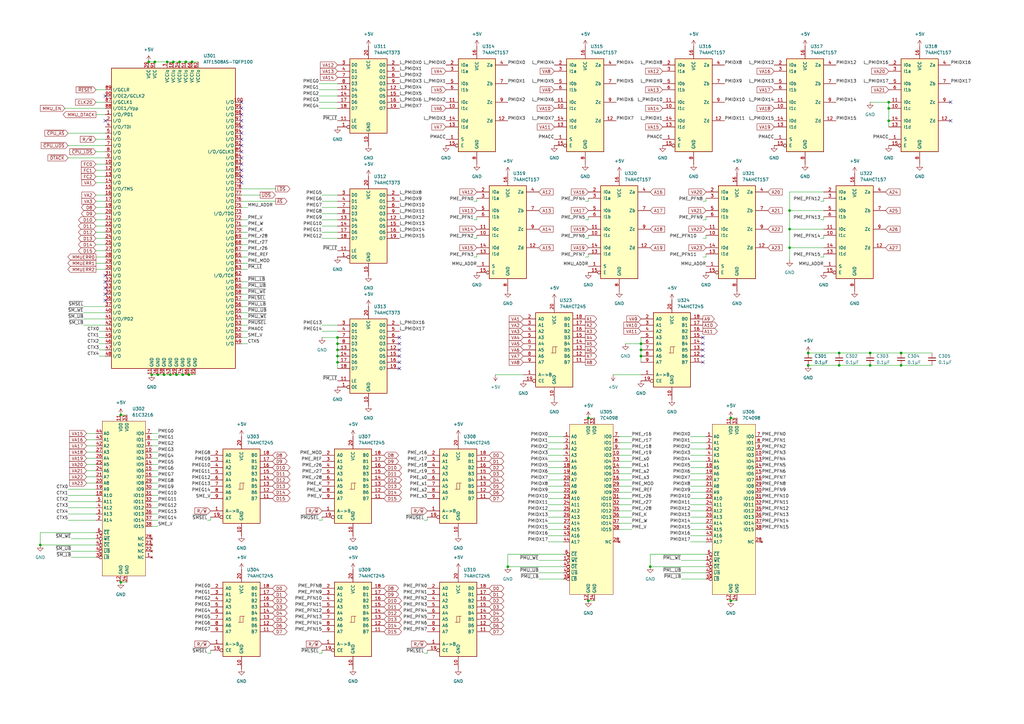
<source format=kicad_sch>
(kicad_sch (version 20250114) (generator "eeschema") (generator_version "9.0")
  (paper "A3")
  (junction (at 16.51 223.52))
  (junction (at 299.72 171.45))
  (junction (at 241.3 246.38))
  (junction (at 241.3 171.45))
  (junction (at 138.43 138.43))
  (junction (at 64.77 153.67))
  (junction (at 323.85 101.6))
  (junction (at 344.17 149.86))
  (junction (at 364.49 49.53))
  (junction (at 62.23 153.67))
  (junction (at 67.31 153.67))
  (junction (at 138.43 140.97))
  (junction (at 262.89 143.51))
  (junction (at 331.47 149.86))
  (junction (at 369.57 144.78))
  (junction (at 72.39 153.67))
  (junction (at 331.47 144.78))
  (junction (at 68.58 25.4))
  (junction (at 356.87 149.86))
  (junction (at 138.43 143.51))
  (junction (at 364.49 44.45))
  (junction (at 262.89 146.05))
  (junction (at 262.89 140.97))
  (junction (at 323.85 93.98))
  (junction (at 266.7 232.41))
  (junction (at 76.2 25.4))
  (junction (at 138.43 148.59))
  (junction (at 344.17 144.78))
  (junction (at 299.72 246.38))
  (junction (at 49.53 170.18))
  (junction (at 364.49 41.91))
  (junction (at 208.28 232.41))
  (junction (at 49.53 238.76))
  (junction (at 356.87 144.78))
  (junction (at 78.74 25.4))
  (junction (at 323.85 86.36))
  (junction (at 369.57 149.86))
  (junction (at 73.66 25.4))
  (junction (at 69.85 153.67))
  (junction (at 60.96 25.4))
  (junction (at 138.43 146.05))
  (junction (at 77.47 153.67))
  (junction (at 74.93 153.67))
  (junction (at 63.5 25.4))
  (junction (at 71.12 25.4))
  (no_connect (at 163.83 140.97))
  (no_connect (at 43.18 113.03))
  (no_connect (at 163.83 138.43))
  (no_connect (at 163.83 148.59))
  (no_connect (at 99.06 62.23))
  (no_connect (at 43.18 123.19))
  (no_connect (at 288.29 146.05))
  (no_connect (at 389.89 41.91))
  (no_connect (at 99.06 41.91))
  (no_connect (at 99.06 46.99))
  (no_connect (at 43.18 118.11))
  (no_connect (at 99.06 74.93))
  (no_connect (at 288.29 138.43))
  (no_connect (at 163.83 143.51))
  (no_connect (at 99.06 54.61))
  (no_connect (at 43.18 120.65))
  (no_connect (at 99.06 67.31))
  (no_connect (at 163.83 151.13))
  (no_connect (at 43.18 49.53))
  (no_connect (at 99.06 69.85))
  (no_connect (at 99.06 64.77))
  (no_connect (at 99.06 72.39))
  (no_connect (at 99.06 52.07))
  (no_connect (at 163.83 146.05))
  (no_connect (at 389.89 49.53))
  (no_connect (at 99.06 49.53))
  (no_connect (at 99.06 59.69))
  (no_connect (at 288.29 140.97))
  (no_connect (at 99.06 44.45))
  (no_connect (at 99.06 57.15))
  (no_connect (at 288.29 148.59))
  (no_connect (at 43.18 39.37))
  (no_connect (at 288.29 143.51))
  (no_connect (at 43.18 115.57))
  (wire (pts (xy 240.03 90.17) (xy 241.3 90.17)))
  (wire (pts (xy 35.56 190.5) (xy 39.37 190.5)))
  (wire (pts (xy 224.79 189.23) (xy 231.14 189.23)))
  (wire (pts (xy 101.6 140.97) (xy 99.06 140.97)))
  (wire (pts (xy 132.08 90.17) (xy 138.43 90.17)))
  (wire (pts (xy 39.37 72.39) (xy 43.18 72.39)))
  (wire (pts (xy 224.79 209.55) (xy 231.14 209.55)))
  (wire (pts (xy 138.43 148.59) (xy 138.43 151.13)))
  (wire (pts (xy 288.29 82.55) (xy 289.56 82.55)))
  (wire (pts (xy 101.6 102.87) (xy 99.06 102.87)))
  (wire (pts (xy 224.79 217.17) (xy 231.14 217.17)))
  (wire (pts (xy 16.51 223.52) (xy 39.37 223.52)))
  (wire (pts (xy 101.6 128.27) (xy 99.06 128.27)))
  (wire (pts (xy 323.85 101.6) (xy 323.85 106.68)))
  (wire (pts (xy 64.77 198.12) (xy 62.23 198.12)))
  (wire (pts (xy 259.08 204.47) (xy 254 204.47)))
  (wire (pts (xy 64.77 153.67) (xy 67.31 153.67)))
  (wire (pts (xy 323.85 93.98) (xy 337.82 93.98)))
  (wire (pts (xy 259.08 189.23) (xy 254 189.23)))
  (wire (pts (xy 64.77 193.04) (xy 62.23 193.04)))
  (wire (pts (xy 39.37 90.17) (xy 43.18 90.17)))
  (wire (pts (xy 224.79 212.09) (xy 231.14 212.09)))
  (wire (pts (xy 194.31 90.17) (xy 195.58 90.17)))
  (wire (pts (xy 29.21 220.98) (xy 39.37 220.98)))
  (wire (pts (xy 266.7 227.33) (xy 266.7 232.41)))
  (wire (pts (xy 323.85 78.74) (xy 323.85 86.36)))
  (wire (pts (xy 259.08 196.85) (xy 254 196.85)))
  (wire (pts (xy 86.36 213.36) (xy 86.36 212.09)))
  (wire (pts (xy 241.3 90.17) (xy 241.3 88.9)))
  (wire (pts (xy 240.03 97.79) (xy 241.3 97.79)))
  (wire (pts (xy 71.12 25.4) (xy 73.66 25.4)))
  (wire (pts (xy 40.64 143.51) (xy 43.18 143.51)))
  (wire (pts (xy 224.79 204.47) (xy 231.14 204.47)))
  (wire (pts (xy 101.6 85.09) (xy 99.06 85.09)))
  (wire (pts (xy 279.4 237.49) (xy 289.56 237.49)))
  (wire (pts (xy 331.47 144.78) (xy 344.17 144.78)))
  (wire (pts (xy 283.21 191.77) (xy 289.56 191.77)))
  (wire (pts (xy 220.98 229.87) (xy 231.14 229.87)))
  (wire (pts (xy 299.72 171.45) (xy 302.26 171.45)))
  (wire (pts (xy 336.55 82.55) (xy 337.82 82.55)))
  (wire (pts (xy 175.26 213.36) (xy 175.26 212.09)))
  (wire (pts (xy 39.37 110.49) (xy 43.18 110.49)))
  (wire (pts (xy 288.29 105.41) (xy 289.56 105.41)))
  (wire (pts (xy 39.37 218.44) (xy 16.51 218.44)))
  (wire (pts (xy 356.87 149.86) (xy 369.57 149.86)))
  (wire (pts (xy 283.21 199.39) (xy 289.56 199.39)))
  (wire (pts (xy 241.3 97.79) (xy 241.3 96.52)))
  (wire (pts (xy 101.6 97.79) (xy 99.06 97.79)))
  (wire (pts (xy 130.81 41.91) (xy 138.43 41.91)))
  (wire (pts (xy 39.37 69.85) (xy 43.18 69.85)))
  (wire (pts (xy 35.56 185.42) (xy 39.37 185.42)))
  (wire (pts (xy 283.21 217.17) (xy 289.56 217.17)))
  (wire (pts (xy 35.56 193.04) (xy 39.37 193.04)))
  (wire (pts (xy 224.79 184.15) (xy 231.14 184.15)))
  (wire (pts (xy 99.06 82.55) (xy 113.03 82.55)))
  (wire (pts (xy 130.81 34.29) (xy 138.43 34.29)))
  (wire (pts (xy 259.08 194.31) (xy 254 194.31)))
  (wire (pts (xy 203.2 153.67) (xy 214.63 153.67)))
  (wire (pts (xy 101.6 92.71) (xy 99.06 92.71)))
  (wire (pts (xy 68.58 25.4) (xy 71.12 25.4)))
  (wire (pts (xy 34.29 125.73) (xy 43.18 125.73)))
  (wire (pts (xy 63.5 25.4) (xy 68.58 25.4)))
  (wire (pts (xy 101.6 100.33) (xy 99.06 100.33)))
  (wire (pts (xy 259.08 212.09) (xy 254 212.09)))
  (wire (pts (xy 29.21 226.06) (xy 39.37 226.06)))
  (wire (pts (xy 259.08 207.01) (xy 254 207.01)))
  (wire (pts (xy 39.37 62.23) (xy 43.18 62.23)))
  (wire (pts (xy 283.21 196.85) (xy 289.56 196.85)))
  (wire (pts (xy 283.21 214.63) (xy 289.56 214.63)))
  (wire (pts (xy 64.77 185.42) (xy 62.23 185.42)))
  (wire (pts (xy 241.3 82.55) (xy 241.3 81.28)))
  (wire (pts (xy 49.53 238.76) (xy 52.07 238.76)))
  (wire (pts (xy 99.06 80.01) (xy 106.68 80.01)))
  (wire (pts (xy 49.53 170.18) (xy 52.07 170.18)))
  (wire (pts (xy 337.82 97.79) (xy 337.82 96.52)))
  (wire (pts (xy 195.58 82.55) (xy 195.58 81.28)))
  (wire (pts (xy 224.79 194.31) (xy 231.14 194.31)))
  (wire (pts (xy 64.77 182.88) (xy 62.23 182.88)))
  (wire (pts (xy 194.31 82.55) (xy 195.58 82.55)))
  (wire (pts (xy 337.82 90.17) (xy 337.82 88.9)))
  (wire (pts (xy 60.96 25.4) (xy 63.5 25.4)))
  (wire (pts (xy 85.09 213.36) (xy 86.36 213.36)))
  (wire (pts (xy 64.77 190.5) (xy 62.23 190.5)))
  (wire (pts (xy 224.79 214.63) (xy 231.14 214.63)))
  (wire (pts (xy 138.43 138.43) (xy 138.43 140.97)))
  (wire (pts (xy 39.37 105.41) (xy 43.18 105.41)))
  (wire (pts (xy 224.79 207.01) (xy 231.14 207.01)))
  (wire (pts (xy 39.37 97.79) (xy 43.18 97.79)))
  (wire (pts (xy 39.37 74.93) (xy 43.18 74.93)))
  (wire (pts (xy 39.37 57.15) (xy 43.18 57.15)))
  (wire (pts (xy 364.49 41.91) (xy 364.49 44.45)))
  (wire (pts (xy 64.77 210.82) (xy 62.23 210.82)))
  (wire (pts (xy 241.3 171.45) (xy 243.84 171.45)))
  (wire (pts (xy 35.56 198.12) (xy 39.37 198.12)))
  (wire (pts (xy 64.77 180.34) (xy 62.23 180.34)))
  (wire (pts (xy 76.2 25.4) (xy 78.74 25.4)))
  (wire (pts (xy 78.74 25.4) (xy 81.28 25.4)))
  (wire (pts (xy 40.64 146.05) (xy 43.18 146.05)))
  (wire (pts (xy 74.93 153.67) (xy 77.47 153.67)))
  (wire (pts (xy 26.67 44.45) (xy 43.18 44.45)))
  (wire (pts (xy 173.99 267.97) (xy 175.26 267.97)))
  (wire (pts (xy 259.08 191.77) (xy 254 191.77)))
  (wire (pts (xy 283.21 201.93) (xy 289.56 201.93)))
  (wire (pts (xy 39.37 107.95) (xy 43.18 107.95)))
  (wire (pts (xy 289.56 105.41) (xy 289.56 104.14)))
  (wire (pts (xy 283.21 209.55) (xy 289.56 209.55)))
  (wire (pts (xy 224.79 222.25) (xy 231.14 222.25)))
  (wire (pts (xy 259.08 199.39) (xy 254 199.39)))
  (wire (pts (xy 289.56 227.33) (xy 266.7 227.33)))
  (wire (pts (xy 283.21 186.69) (xy 289.56 186.69)))
  (wire (pts (xy 283.21 219.71) (xy 289.56 219.71)))
  (wire (pts (xy 132.08 95.25) (xy 138.43 95.25)))
  (wire (pts (xy 283.21 222.25) (xy 289.56 222.25)))
  (wire (pts (xy 29.21 228.6) (xy 39.37 228.6)))
  (wire (pts (xy 337.82 82.55) (xy 337.82 81.28)))
  (wire (pts (xy 356.87 144.78) (xy 369.57 144.78)))
  (wire (pts (xy 132.08 133.35) (xy 138.43 133.35)))
  (wire (pts (xy 289.56 90.17) (xy 289.56 88.9)))
  (wire (pts (xy 283.21 212.09) (xy 289.56 212.09)))
  (wire (pts (xy 224.79 196.85) (xy 231.14 196.85)))
  (wire (pts (xy 356.87 41.91) (xy 364.49 41.91)))
  (wire (pts (xy 101.6 90.17) (xy 99.06 90.17)))
  (wire (pts (xy 262.89 143.51) (xy 262.89 146.05)))
  (wire (pts (xy 132.08 82.55) (xy 138.43 82.55)))
  (wire (pts (xy 27.94 203.2) (xy 39.37 203.2)))
  (wire (pts (xy 323.85 86.36) (xy 323.85 93.98)))
  (wire (pts (xy 323.85 93.98) (xy 323.85 101.6)))
  (wire (pts (xy 39.37 85.09) (xy 43.18 85.09)))
  (wire (pts (xy 130.81 39.37) (xy 138.43 39.37)))
  (wire (pts (xy 64.77 208.28) (xy 62.23 208.28)))
  (wire (pts (xy 194.31 105.41) (xy 195.58 105.41)))
  (wire (pts (xy 220.98 237.49) (xy 231.14 237.49)))
  (wire (pts (xy 224.79 219.71) (xy 231.14 219.71)))
  (wire (pts (xy 132.08 87.63) (xy 138.43 87.63)))
  (wire (pts (xy 101.6 133.35) (xy 99.06 133.35)))
  (wire (pts (xy 283.21 184.15) (xy 289.56 184.15)))
  (wire (pts (xy 85.09 267.97) (xy 86.36 267.97)))
  (wire (pts (xy 39.37 67.31) (xy 43.18 67.31)))
  (wire (pts (xy 27.94 200.66) (xy 39.37 200.66)))
  (wire (pts (xy 101.6 135.89) (xy 99.06 135.89)))
  (wire (pts (xy 289.56 82.55) (xy 289.56 81.28)))
  (wire (pts (xy 101.6 120.65) (xy 99.06 120.65)))
  (wire (pts (xy 34.29 130.81) (xy 43.18 130.81)))
  (wire (pts (xy 231.14 227.33) (xy 208.28 227.33)))
  (wire (pts (xy 336.55 105.41) (xy 337.82 105.41)))
  (wire (pts (xy 364.49 44.45) (xy 364.49 49.53)))
  (wire (pts (xy 224.79 186.69) (xy 231.14 186.69)))
  (wire (pts (xy 132.08 97.79) (xy 138.43 97.79)))
  (wire (pts (xy 259.08 179.07) (xy 254 179.07)))
  (wire (pts (xy 101.6 130.81) (xy 99.06 130.81)))
  (wire (pts (xy 34.29 133.35) (xy 43.18 133.35)))
  (wire (pts (xy 132.08 80.01) (xy 138.43 80.01)))
  (wire (pts (xy 27.94 205.74) (xy 39.37 205.74)))
  (wire (pts (xy 101.6 95.25) (xy 99.06 95.25)))
  (wire (pts (xy 101.6 110.49) (xy 99.06 110.49)))
  (wire (pts (xy 224.79 199.39) (xy 231.14 199.39)))
  (wire (pts (xy 39.37 87.63) (xy 43.18 87.63)))
  (wire (pts (xy 39.37 36.83) (xy 43.18 36.83)))
  (wire (pts (xy 240.03 105.41) (xy 241.3 105.41)))
  (wire (pts (xy 86.36 267.97) (xy 86.36 266.7)))
  (wire (pts (xy 283.21 179.07) (xy 289.56 179.07)))
  (wire (pts (xy 40.64 135.89) (xy 43.18 135.89)))
  (wire (pts (xy 288.29 90.17) (xy 289.56 90.17)))
  (wire (pts (xy 220.98 234.95) (xy 231.14 234.95)))
  (wire (pts (xy 337.82 105.41) (xy 337.82 104.14)))
  (wire (pts (xy 39.37 46.99) (xy 43.18 46.99)))
  (wire (pts (xy 283.21 189.23) (xy 289.56 189.23)))
  (wire (pts (xy 35.56 182.88) (xy 39.37 182.88)))
  (wire (pts (xy 283.21 194.31) (xy 289.56 194.31)))
  (wire (pts (xy 101.6 107.95) (xy 99.06 107.95)))
  (wire (pts (xy 138.43 146.05) (xy 138.43 148.59)))
  (wire (pts (xy 34.29 128.27) (xy 43.18 128.27)))
  (wire (pts (xy 130.81 267.97) (xy 132.08 267.97)))
  (wire (pts (xy 35.56 195.58) (xy 39.37 195.58)))
  (wire (pts (xy 64.77 205.74) (xy 62.23 205.74)))
  (wire (pts (xy 130.81 36.83) (xy 138.43 36.83)))
  (wire (pts (xy 27.94 208.28) (xy 39.37 208.28)))
  (wire (pts (xy 262.89 138.43) (xy 262.89 140.97)))
  (wire (pts (xy 259.08 184.15) (xy 254 184.15)))
  (wire (pts (xy 101.6 105.41) (xy 99.06 105.41)))
  (wire (pts (xy 39.37 82.55) (xy 43.18 82.55)))
  (wire (pts (xy 27.94 210.82) (xy 39.37 210.82)))
  (wire (pts (xy 224.79 179.07) (xy 231.14 179.07)))
  (wire (pts (xy 130.81 213.36) (xy 132.08 213.36)))
  (wire (pts (xy 138.43 143.51) (xy 138.43 146.05)))
  (wire (pts (xy 132.08 92.71) (xy 138.43 92.71)))
  (wire (pts (xy 195.58 90.17) (xy 195.58 88.9)))
  (wire (pts (xy 99.06 77.47) (xy 113.03 77.47)))
  (wire (pts (xy 130.81 44.45) (xy 138.43 44.45)))
  (wire (pts (xy 336.55 90.17) (xy 337.82 90.17)))
  (wire (pts (xy 266.7 232.41) (xy 289.56 232.41)))
  (wire (pts (xy 39.37 80.01) (xy 43.18 80.01)))
  (wire (pts (xy 64.77 215.9) (xy 62.23 215.9)))
  (wire (pts (xy 344.17 149.86) (xy 356.87 149.86)))
  (wire (pts (xy 283.21 181.61) (xy 289.56 181.61)))
  (wire (pts (xy 323.85 86.36) (xy 337.82 86.36)))
  (wire (pts (xy 77.47 153.67) (xy 80.01 153.67)))
  (wire (pts (xy 101.6 123.19) (xy 99.06 123.19)))
  (wire (pts (xy 64.77 200.66) (xy 62.23 200.66)))
  (wire (pts (xy 40.64 138.43) (xy 43.18 138.43)))
  (wire (pts (xy 35.56 177.8) (xy 39.37 177.8)))
  (wire (pts (xy 16.51 218.44) (xy 16.51 223.52)))
  (wire (pts (xy 259.08 217.17) (xy 254 217.17)))
  (wire (pts (xy 256.54 140.97) (xy 262.89 140.97)))
  (wire (pts (xy 336.55 97.79) (xy 337.82 97.79)))
  (wire (pts (xy 40.64 140.97) (xy 43.18 140.97)))
  (wire (pts (xy 259.08 214.63) (xy 254 214.63)))
  (wire (pts (xy 35.56 187.96) (xy 39.37 187.96)))
  (wire (pts (xy 208.28 232.41) (xy 231.14 232.41)))
  (wire (pts (xy 259.08 209.55) (xy 254 209.55)))
  (wire (pts (xy 39.37 92.71) (xy 43.18 92.71)))
  (wire (pts (xy 27.94 64.77) (xy 43.18 64.77)))
  (wire (pts (xy 251.46 153.67) (xy 262.89 153.67)))
  (wire (pts (xy 195.58 97.79) (xy 195.58 96.52)))
  (wire (pts (xy 259.08 181.61) (xy 254 181.61)))
  (wire (pts (xy 369.57 144.78) (xy 382.27 144.78)))
  (wire (pts (xy 132.08 138.43) (xy 138.43 138.43)))
  (wire (pts (xy 241.3 105.41) (xy 241.3 104.14)))
  (wire (pts (xy 27.94 59.69) (xy 43.18 59.69)))
  (wire (pts (xy 208.28 227.33) (xy 208.28 232.41)))
  (wire (pts (xy 279.4 234.95) (xy 289.56 234.95)))
  (wire (pts (xy 138.43 140.97) (xy 138.43 143.51)))
  (wire (pts (xy 240.03 82.55) (xy 241.3 82.55)))
  (wire (pts (xy 364.49 49.53) (xy 364.49 52.07)))
  (wire (pts (xy 369.57 149.86) (xy 382.27 149.86)))
  (wire (pts (xy 101.6 125.73) (xy 99.06 125.73)))
  (wire (pts (xy 175.26 267.97) (xy 175.26 266.7)))
  (wire (pts (xy 132.08 135.89) (xy 138.43 135.89)))
  (wire (pts (xy 27.94 213.36) (xy 39.37 213.36)))
  (wire (pts (xy 64.77 195.58) (xy 62.23 195.58)))
  (wire (pts (xy 132.08 267.97) (xy 132.08 266.7)))
  (wire (pts (xy 101.6 138.43) (xy 99.06 138.43)))
  (wire (pts (xy 259.08 201.93) (xy 254 201.93)))
  (wire (pts (xy 241.3 246.38) (xy 243.84 246.38)))
  (wire (pts (xy 344.17 144.78) (xy 356.87 144.78)))
  (wire (pts (xy 132.08 85.09) (xy 138.43 85.09)))
  (wire (pts (xy 224.79 191.77) (xy 231.14 191.77)))
  (wire (pts (xy 72.39 153.67) (xy 74.93 153.67)))
  (wire (pts (xy 173.99 213.36) (xy 175.26 213.36)))
  (wire (pts (xy 132.08 213.36) (xy 132.08 212.09)))
  (wire (pts (xy 289.56 97.79) (xy 289.56 96.52)))
  (wire (pts (xy 101.6 115.57) (xy 99.06 115.57)))
  (wire (pts (xy 69.85 153.67) (xy 72.39 153.67)))
  (wire (pts (xy 39.37 100.33) (xy 43.18 100.33)))
  (wire (pts (xy 283.21 207.01) (xy 289.56 207.01)))
  (wire (pts (xy 283.21 204.47) (xy 289.56 204.47)))
  (wire (pts (xy 323.85 101.6) (xy 337.82 101.6)))
  (wire (pts (xy 337.82 78.74) (xy 323.85 78.74)))
  (wire (pts (xy 279.4 229.87) (xy 289.56 229.87)))
  (wire (pts (xy 35.56 180.34) (xy 39.37 180.34)))
  (wire (pts (xy 27.94 54.61) (xy 43.18 54.61)))
  (wire (pts (xy 64.77 213.36) (xy 62.23 213.36)))
  (wire (pts (xy 39.37 102.87) (xy 43.18 102.87)))
  (wire (pts (xy 62.23 153.67) (xy 64.77 153.67)))
  (wire (pts (xy 224.79 201.93) (xy 231.14 201.93)))
  (wire (pts (xy 73.66 25.4) (xy 76.2 25.4)))
  (wire (pts (xy 262.89 140.97) (xy 262.89 143.51)))
  (wire (pts (xy 224.79 181.61) (xy 231.14 181.61)))
  (wire (pts (xy 39.37 95.25) (xy 43.18 95.25)))
  (wire (pts (xy 259.08 186.69) (xy 254 186.69)))
  (wire (pts (xy 64.77 187.96) (xy 62.23 187.96)))
  (wire (pts (xy 39.37 41.91) (xy 43.18 41.91)))
  (wire (pts (xy 194.31 97.79) (xy 195.58 97.79)))
  (wire (pts (xy 64.77 203.2) (xy 62.23 203.2)))
  (wire (pts (xy 67.31 153.67) (xy 69.85 153.67)))
  (wire (pts (xy 64.77 177.8) (xy 62.23 177.8)))
  (wire (pts (xy 195.58 105.41) (xy 195.58 104.14)))
  (wire (pts (xy 331.47 149.86) (xy 344.17 149.86)))
  (wire (pts (xy 299.72 246.38) (xy 302.26 246.38)))
  (wire (pts (xy 262.89 146.05) (xy 262.89 148.59)))
  (wire (pts (xy 101.6 118.11) (xy 99.06 118.11)))
  (wire (pts (xy 288.29 97.79) (xy 289.56 97.79)))
  (label "PMEG14" (at 86.36 201.93 180))
  (label "PME_PFN10" (at 285.75 97.79 180))
  (label "~{SM_WE}" (at 34.29 128.27 180))
  (label "PME_V" (at 259.08 217.17 0))
  (label "PME_PFN11" (at 285.75 105.41 180))
  (label "PMIDX11" (at 224.79 207.01 180))
  (label "PME_PFN6" (at 312.42 194.31 0))
  (label "L_PMIDX0" (at 182.88 26.67 180))
  (label "PME_r27" (at 132.08 194.31 180))
  (label "PMEG12" (at 86.36 196.85 180))
  (label "~{PMU_LB}" (at 101.6 125.73 0))
  (label "L_PMIDX17" (at 163.83 135.89 0))
  (label "PMEG1" (at 86.36 243.84 180))
  (label "PMIDX15" (at 283.21 217.17 180))
  (label "L_PMIDX10" (at 271.78 41.91 180))
  (label "~{PML_WE}" (at 279.4 229.87 180))
  (label "PMEG4" (at 64.77 187.96 0))
  (label "PME_PFN4" (at 175.26 251.46 180))
  (label "PME_K" (at 259.08 212.09 0))
  (label "PMACC" (at 101.6 135.89 0))
  (label "PMIDX6" (at 252.73 41.91 0))
  (label "PME_PFN15" (at 312.42 217.17 0))
  (label "~{PMUSEL}" (at 101.6 133.35 0))
  (label "L_PMIDX7" (at 163.83 44.45 0))
  (label "PME_PFN3" (at 175.26 248.92 180))
  (label "PMIDX2" (at 208.28 41.91 0))
  (label "MMU_ADDR" (at 337.82 109.22 180))
  (label "L_PMIDX8" (at 271.78 26.67 180))
  (label "~{SM_LB}" (at 34.29 133.35 180))
  (label "PME_PFN12" (at 132.08 251.46 180))
  (label "PMEG4" (at 130.81 44.45 180))
  (label "L_PMIDX12" (at 163.83 90.17 0))
  (label "CTX4" (at 27.94 210.82 180))
  (label "PMIDX13" (at 342.9 34.29 0))
  (label "PME_r17" (at 175.26 189.23 180))
  (label "PME_PFN14" (at 336.55 97.79 180))
  (label "PMEG11" (at 86.36 194.31 180))
  (label "PMEG0" (at 64.77 177.8 0))
  (label "PME_PFN10" (at 312.42 204.47 0))
  (label "PMIDX3" (at 224.79 186.69 180))
  (label "PME_PFN0" (at 312.42 179.07 0))
  (label "PMIDX4" (at 283.21 189.23 180))
  (label "PMEG12" (at 64.77 208.28 0))
  (label "PME_PFN3" (at 312.42 186.69 0))
  (label "PMEG9" (at 86.36 189.23 180))
  (label "PMIDX2" (at 283.21 184.15 180))
  (label "PMACC" (at 317.5 57.15 180))
  (label "~{SM_UB}" (at 29.21 226.06 180))
  (label "PMIDX15" (at 224.79 217.17 180))
  (label "PMIDX9" (at 283.21 201.93 180))
  (label "PMEG10" (at 132.08 92.71 180))
  (label "L_PMIDX9" (at 271.78 34.29 180))
  (label "PMEG6" (at 64.77 193.04 0))
  (label "PMIDX8" (at 283.21 199.39 180))
  (label "PMEG7" (at 86.36 259.08 180))
  (label "CTX1" (at 40.64 138.43 180))
  (label "PME_K" (at 101.6 95.25 0))
  (label "PMEG1" (at 130.81 36.83 180))
  (label "PMACC" (at 182.88 57.15 180))
  (label "CTX5" (at 27.94 213.36 180))
  (label "PME_PFN0" (at 194.31 82.55 180))
  (label "L_PMIDX14" (at 317.5 41.91 180))
  (label "~{PML_UB}" (at 101.6 118.11 0))
  (label "L_PMIDX3" (at 182.88 49.53 180))
  (label "PME_PFN13" (at 336.55 90.17 180))
  (label "PME_PFN14" (at 132.08 256.54 180))
  (label "PME_PFN4" (at 240.03 82.55 180))
  (label "PMIDX17" (at 389.89 34.29 0))
  (label "PME_PFN15" (at 132.08 259.08 180))
  (label "PMIDX4" (at 252.73 26.67 0))
  (label "PME_REF" (at 132.08 189.23 180))
  (label "PME_s2" (at 259.08 194.31 0))
  (label "PME_PFN13" (at 312.42 212.09 0))
  (label "L_PMIDX9" (at 163.83 82.55 0))
  (label "PMIDX14" (at 342.9 41.91 0))
  (label "PMEG13" (at 132.08 133.35 180))
  (label "PMACC" (at 364.49 57.15 180))
  (label "L_PMIDX13" (at 317.5 34.29 180))
  (label "PMIDX6" (at 283.21 194.31 180))
  (label "PME_PFN11" (at 312.42 207.01 0))
  (label "PMEG13" (at 86.36 199.39 180))
  (label "PMEG14" (at 64.77 213.36 0))
  (label "PMEG9" (at 64.77 200.66 0))
  (label "PME_PFN9" (at 288.29 90.17 180))
  (label "PME_r26" (at 101.6 102.87 0))
  (label "PMIDX3" (at 208.28 49.53 0))
  (label "PMEG8" (at 132.08 87.63 180))
  (label "PMIDX16" (at 283.21 219.71 180))
  (label "PME_r18" (at 259.08 184.15 0))
  (label "PMEG11" (at 132.08 95.25 180))
  (label "PME_r19" (at 259.08 186.69 0))
  (label "MMU_ADDR" (at 195.58 109.22 180))
  (label "SME_V" (at 64.77 215.9 0))
  (label "L_PMIDX14" (at 163.83 95.25 0))
  (label "~{PMU_WE}" (at 101.6 130.81 0))
  (label "CTX3" (at 40.64 143.51 180))
  (label "PMIDX4" (at 224.79 189.23 180))
  (label "PMIDX13" (at 224.79 212.09 180))
  (label "PMIDX12" (at 342.9 26.67 0))
  (label "~{PML_LB}" (at 279.4 237.49 180))
  (label "PME_r27" (at 259.08 207.01 0))
  (label "PME_MOD" (at 101.6 107.95 0))
  (label "L_PMIDX1" (at 271.78 49.53 180))
  (label "~{SMSEL}" (at 34.29 125.73 180))
  (label "PME_r28" (at 259.08 209.55 0))
  (label "L_PMIDX15" (at 317.5 49.53 180))
  (label "PMIDX9" (at 224.79 201.93 180))
  (label "PMEG2" (at 130.81 39.37 180))
  (label "L_PMIDX8" (at 163.83 80.01 0))
  (label "PMIDX0" (at 283.21 179.07 180))
  (label "PME_PFN8" (at 132.08 241.3 180))
  (label "PMEG13" (at 64.77 210.82 0))
  (label "PME_PFN15" (at 336.55 105.41 180))
  (label "PME_PFN8" (at 312.42 199.39 0))
  (label "CTX2" (at 27.94 205.74 180))
  (label "PMACC" (at 271.78 57.15 180))
  (label "CTX0" (at 27.94 200.66 180))
  (label "PMIDX10" (at 224.79 204.47 180))
  (label "~{PMU_LB}" (at 220.98 237.49 180))
  (label "PME_s3" (at 259.08 196.85 0))
  (label "PMIDX3" (at 283.21 186.69 180))
  (label "PME_PFN6" (at 175.26 256.54 180))
  (label "~{SMSEL}" (at 85.09 213.36 180))
  (label "PME_K" (at 132.08 199.39 180))
  (label "PME_r17" (at 259.08 181.61 0))
  (label "PMIDX9" (at 297.18 34.29 0))
  (label "PMIDX1" (at 208.28 34.29 0))
  (label "PME_V" (at 101.6 90.17 0))
  (label "PMIDX1" (at 283.21 181.61 180))
  (label "PME_PFN7" (at 240.03 105.41 180))
  (label "PME_s1" (at 259.08 191.77 0))
  (label "PMEG9" (at 132.08 90.17 180))
  (label "PMEG12" (at 132.08 97.79 180))
  (label "~{SM_WE}" (at 29.21 220.98 180))
  (label "PME_W" (at 259.08 214.63 0))
  (label "PME_PFN11" (at 132.08 248.92 180))
  (label "PME_W" (at 101.6 92.71 0))
  (label "PME_s1" (at 175.26 199.39 180))
  (label "CTX2" (at 40.64 140.97 180))
  (label "~{SM_LB}" (at 29.21 228.6 180))
  (label "PME_PFN13" (at 132.08 254 180))
  (label "PMIDX5" (at 283.21 191.77 180))
  (label "PMACC" (at 227.33 57.15 180))
  (label "CTX1" (at 27.94 203.2 180))
  (label "PMEG5" (at 64.77 190.5 0))
  (label "PMIDX10" (at 283.21 204.47 180))
  (label "L_PMIDX5" (at 163.83 39.37 0))
  (label "PMIDX11" (at 283.21 207.01 180))
  (label "PME_r28" (at 132.08 196.85 180))
  (label "~{PML_LB}" (at 101.6 115.57 0))
  (label "~{PM_LE}" (at 101.6 110.49 0))
  (label "L_PMIDX4" (at 227.33 26.67 180))
  (label "MMU_ADDR" (at 241.3 109.22 180))
  (label "PME_r27" (at 101.6 100.33 0))
  (label "PME_r18" (at 175.26 191.77 180))
  (label "CTX3" (at 27.94 208.28 180))
  (label "~{PML_UB}" (at 279.4 234.95 180))
  (label "L_PMIDX0" (at 163.83 26.67 0))
  (label "PMEG4" (at 86.36 251.46 180))
  (label "PMIDX0" (at 224.79 179.07 180))
  (label "PME_PFN2" (at 175.26 246.38 180))
  (label "L_PMIDX6" (at 227.33 41.91 180))
  (label "PMEG5" (at 132.08 80.01 180))
  (label "PMIDX2" (at 224.79 184.15 180))
  (label "PME_r26" (at 259.08 204.47 0))
  (label "PME_s2" (at 175.26 201.93 180))
  (label "PMIDX16" (at 389.89 26.67 0))
  (label "~{PMUSEL}" (at 130.81 213.36 180))
  (label "PME_PFN2" (at 312.42 184.15 0))
  (label "~{PMU_WE}" (at 220.98 229.87 180))
  (label "PMIDX7" (at 224.79 196.85 180))
  (label "PME_MOD" (at 132.08 186.69 180))
  (label "PME_PFN2" (at 194.31 97.79 180))
  (label "PME_PFN9" (at 312.42 201.93 0))
  (label "PME_PFN5" (at 240.03 90.17 180))
  (label "PME_r16" (at 175.26 186.69 180))
  (label "PME_PFN8" (at 288.29 82.55 180))
  (label "PMIDX12" (at 283.21 209.55 180))
  (label "PMEG6" (at 132.08 82.55 180))
  (label "~{PMU_UB}" (at 101.6 128.27 0))
  (label "PME_s3" (at 175.26 204.47 180))
  (label "L_PMIDX10" (at 163.83 85.09 0))
  (label "PMIDX6" (at 224.79 194.31 180))
  (label "PME_PFN5" (at 312.42 191.77 0))
  (label "~{PMLSEL}" (at 130.81 267.97 180))
  (label "PMEG10" (at 64.77 203.2 0))
  (label "PMIDX17" (at 283.21 222.25 180))
  (label "CTX5" (at 101.6 140.97 0))
  (label "PME_r19" (at 175.26 194.31 180))
  (label "CTX0" (at 40.64 135.89 180))
  (label "PMIDX13" (at 283.21 212.09 180))
  (label "~{PM_LE}" (at 138.43 102.87 180))
  (label "L_PMIDX7" (at 227.33 49.53 180))
  (label "PMIDX0" (at 208.28 26.67 0))
  (label "PME_PFN6" (at 240.03 97.79 180))
  (label "PME_r28" (at 101.6 97.79 0))
  (label "~{PM_LE}" (at 138.43 156.21 180))
  (label "PME_MOD" (at 259.08 199.39 0))
  (label "PME_REF" (at 101.6 105.41 0))
  (label "PMIDX8" (at 224.79 199.39 180))
  (label "PME_V" (at 132.08 204.47 180))
  (label "PMIDX7" (at 252.73 49.53 0))
  (label "PMEG10" (at 86.36 191.77 180))
  (label "PME_PFN14" (at 312.42 214.63 0))
  (label "~{PMU_UB}" (at 220.98 234.95 180))
  (label "PME_s0" (at 259.08 189.23 0))
  (label "~{SM_UB}" (at 34.29 130.81 180))
  (label "PME_REF" (at 259.08 201.93 0))
  (label "PME_PFN1" (at 175.26 243.84 180))
  (label "PME_r26" (at 132.08 191.77 180))
  (label "PMIDX12" (at 224.79 209.55 180))
  (label "PME_PFN0" (at 175.26 241.3 180))
  (label "L_PMIDX12" (at 317.5 26.67 180))
  (label "PMIDX11" (at 297.18 49.53 0))
  (label "L_PMIDX6" (at 163.83 41.91 0))
  (label "PMIDX5" (at 224.79 191.77 180))
  (label "PME_PFN7" (at 312.42 196.85 0))
  (label "PMIDX7" (at 283.21 196.85 180))
  (label "PME_r16" (at 259.08 179.07 0))
  (label "PMIDX5" (at 252.73 34.29 0))
  (label "PME_PFN7" (at 175.26 259.08 180))
  (label "PMEG7" (at 132.08 85.09 180))
  (label "PME_W" (at 132.08 201.93 180))
  (label "PMEG14" (at 132.08 135.89 180))
  (label "PMEG6" (at 86.36 256.54 180))
  (label "L_PMIDX16" (at 163.83 133.35 0))
  (label "~{PMUSEL}" (at 173.99 213.36 180))
  (label "PME_PFN10" (at 132.08 246.38 180))
  (label "L_PMIDX15" (at 163.83 97.79 0))
  (label "PMEG1" (at 64.77 180.34 0))
  (label "PME_s0" (at 175.26 196.85 180))
  (label "L_PMIDX2" (at 182.88 41.91 180))
  (label "L_PMIDX5" (at 227.33 34.29 180))
  (label "L_PMIDX13" (at 163.83 92.71 0))
  (label "MMU_ADDR" (at 101.6 85.09 0))
  (label "SME_V" (at 86.36 204.47 180))
  (label "~{PMLSEL}" (at 173.99 267.97 180))
  (label "PMEG8" (at 64.77 198.12 0))
  (label "L_PMIDX2" (at 163.83 31.75 0))
  (label "PME_PFN3" (at 194.31 105.41 180))
  (label "PME_PFN12" (at 312.42 209.55 0))
  (label "~{PML_WE}" (at 101.6 120.65 0))
  (label "PMEG2" (at 64.77 182.88 0))
  (label "PMEG5" (at 86.36 254 180))
  (label "PMEG11" (at 64.77 205.74 0))
  (label "PME_PFN5" (at 175.26 254 180))
  (label "~{PM_LE}" (at 138.43 49.53 180))
  (label "PMIDX8" (at 297.18 26.67 0))
  (label "L_PMIDX1" (at 182.88 34.29 180))
  (label "PMIDX15" (at 342.9 49.53 0))
  (label "PMEG3" (at 64.77 185.42 0))
  (label "PMIDX1" (at 224.79 181.61 180))
  (label "PMEG2" (at 86.36 246.38 180))
  (label "PMEG8" (at 86.36 186.69 180))
  (label "L_PMIDX4" (at 163.83 36.83 0))
  (label "SME_V" (at 101.6 138.43 0))
  (label "L_PMIDX17" (at 364.49 34.29 180))
  (label "~{SMSEL}" (at 85.09 267.97 180))
  (label "PMEG7" (at 64.77 195.58 0))
  (label "L_PMIDX11" (at 163.83 87.63 0))
  (label "PME_PFN9" (at 132.08 243.84 180))
  (label "PMIDX14" (at 283.21 214.63 180))
  (label "PMEG3" (at 130.81 41.91 180))
  (label "PMEG0" (at 86.36 241.3 180))
  (label "PMIDX10" (at 297.18 41.91 0))
  (label "L_PMIDX3" (at 163.83 34.29 0))
  (label "PMIDX16" (at 224.79 219.71 180))
  (label "PME_PFN12" (at 336.55 82.55 180))
  (label "PMEG3" (at 86.36 248.92 180))
  (label "PME_PFN1" (at 194.31 90.17 180))
  (label "~{PMLSEL}" (at 101.6 123.19 0))
  (label "PMEG0" (at 130.81 34.29 180))
  (label "PMIDX17" (at 224.79 222.25 180))
  (label "MMU_ADDR" (at 289.56 109.22 180))
  (label "L_PMIDX16" (at 364.49 26.67 180))
  (label "CTX4" (at 40.64 146.05 180))
  (label "PME_PFN1" (at 312.42 181.61 0))
  (label "PME_PFN4" (at 312.42 189.23 0))
  (label "L_PMIDX1" (at 163.83 29.21 0))
  (label "PMIDX14" (at 224.79 214.63 180))
  (global_label "A23" (shape input) (at 314.96 101.6 0) (property "Intersheetrefs" "${INTERSHEET_REFS}" (effects (hide yes))))
  (global_label "D15" (shape bidirectional) (at 111.76 204.47 0) (property "Intersheetrefs" "${INTERSHEET_REFS}" (effects (hide yes))))
  (global_label "A8" (shape output) (at 240.03 148.59 0) (property "Intersheetrefs" "${INTERSHEET_REFS}" (effects (hide yes))))
  (global_label "A20" (shape input) (at 314.96 78.74 0) (property "Intersheetrefs" "${INTERSHEET_REFS}" (effects (hide yes))))
  (global_label "A26" (shape input) (at 363.22 93.98 0) (property "Intersheetrefs" "${INTERSHEET_REFS}" (effects (hide yes))))
  (global_label "VA20" (shape input) (at 289.56 78.74 180) (property "Intersheetrefs" "${INTERSHEET_REFS}" (effects (hide yes))))
  (global_label "A1" (shape output) (at 240.03 130.81 0) (property "Intersheetrefs" "${INTERSHEET_REFS}" (effects (hide yes))))
  (global_label "A27" (shape input) (at 363.22 101.6 0) (property "Intersheetrefs" "${INTERSHEET_REFS}" (effects (hide yes))))
  (global_label "VA12" (shape input) (at 195.58 78.74 180) (property "Intersheetrefs" "${INTERSHEET_REFS}" (effects (hide yes))))
  (global_label "VA9" (shape input) (at 262.89 130.81 180) (property "Intersheetrefs" "${INTERSHEET_REFS}" (effects (hide yes))))
  (global_label "D14" (shape bidirectional) (at 39.37 100.33 180) (property "Intersheetrefs" "${INTERSHEET_REFS}" (effects (hide yes))))
  (global_label "R{slash}~{W}" (shape input) (at 132.08 209.55 180) (property "Intersheetrefs" "${INTERSHEET_REFS}" (effects (hide yes))))
  (global_label "CLK20" (shape input) (at 39.37 41.91 180) (property "Intersheetrefs" "${INTERSHEET_REFS}" (effects (hide yes))))
  (global_label "VA15" (shape input) (at 35.56 177.8 180) (property "Intersheetrefs" "${INTERSHEET_REFS}" (effects (hide yes))))
  (global_label "A9" (shape output) (at 288.29 130.81 0) (property "Intersheetrefs" "${INTERSHEET_REFS}" (effects (hide yes))))
  (global_label "D9" (shape bidirectional) (at 157.48 189.23 0) (property "Intersheetrefs" "${INTERSHEET_REFS}" (effects (hide yes))))
  (global_label "D9" (shape bidirectional) (at 111.76 189.23 0) (property "Intersheetrefs" "${INTERSHEET_REFS}" (effects (hide yes))))
  (global_label "D8" (shape bidirectional) (at 39.37 85.09 180) (property "Intersheetrefs" "${INTERSHEET_REFS}" (effects (hide yes))))
  (global_label "VA12" (shape input) (at 138.43 26.67 180) (property "Intersheetrefs" "${INTERSHEET_REFS}" (effects (hide yes))))
  (global_label "D13" (shape bidirectional) (at 111.76 199.39 0) (property "Intersheetrefs" "${INTERSHEET_REFS}" (effects (hide yes))))
  (global_label "VA6" (shape input) (at 214.63 143.51 180) (property "Intersheetrefs" "${INTERSHEET_REFS}" (effects (hide yes))))
  (global_label "A25" (shape input) (at 363.22 86.36 0) (property "Intersheetrefs" "${INTERSHEET_REFS}" (effects (hide yes))))
  (global_label "VA8" (shape input) (at 227.33 29.21 180) (property "Intersheetrefs" "${INTERSHEET_REFS}" (effects (hide yes))))
  (global_label "~{RESET}" (shape input) (at 39.37 36.83 180) (property "Intersheetrefs" "${INTERSHEET_REFS}" (effects (hide yes))))
  (global_label "R{slash}~{W}" (shape input) (at 175.26 209.55 180) (property "Intersheetrefs" "${INTERSHEET_REFS}" (effects (hide yes))))
  (global_label "A14" (shape input) (at 220.98 93.98 0) (property "Intersheetrefs" "${INTERSHEET_REFS}" (effects (hide yes))))
  (global_label "D3" (shape bidirectional) (at 111.76 248.92 0) (property "Intersheetrefs" "${INTERSHEET_REFS}" (effects (hide yes))))
  (global_label "VA6" (shape input) (at 182.88 44.45 180) (property "Intersheetrefs" "${INTERSHEET_REFS}" (effects (hide yes))))
  (global_label "D8" (shape bidirectional) (at 157.48 186.69 0) (property "Intersheetrefs" "${INTERSHEET_REFS}" (effects (hide yes))))
  (global_label "VA10" (shape input) (at 262.89 133.35 180) (property "Intersheetrefs" "${INTERSHEET_REFS}" (effects (hide yes))))
  (global_label "D5" (shape bidirectional) (at 200.66 254 0) (property "Intersheetrefs" "${INTERSHEET_REFS}" (effects (hide yes))))
  (global_label "VA20" (shape input) (at 35.56 190.5 180) (property "Intersheetrefs" "${INTERSHEET_REFS}" (effects (hide yes))))
  (global_label "~{LDS}" (shape output) (at 113.03 77.47 0) (property "Intersheetrefs" "${INTERSHEET_REFS}" (effects (hide yes))))
  (global_label "A4" (shape output) (at 240.03 138.43 0) (property "Intersheetrefs" "${INTERSHEET_REFS}" (effects (hide yes))))
  (global_label "MMUERR2" (shape output) (at 39.37 110.49 180) (property "Intersheetrefs" "${INTERSHEET_REFS}" (effects (hide yes))))
  (global_label "D10" (shape bidirectional) (at 39.37 90.17 180) (property "Intersheetrefs" "${INTERSHEET_REFS}" (effects (hide yes))))
  (global_label "MMU_EN" (shape input) (at 26.67 44.45 180) (property "Intersheetrefs" "${INTERSHEET_REFS}" (effects (hide yes))))
  (global_label "VA7" (shape input) (at 182.88 52.07 180) (property "Intersheetrefs" "${INTERSHEET_REFS}" (effects (hide yes))))
  (global_label "R{slash}~{W}" (shape input) (at 86.36 209.55 180) (property "Intersheetrefs" "${INTERSHEET_REFS}" (effects (hide yes))))
  (global_label "D14" (shape bidirectional) (at 111.76 201.93 0) (property "Intersheetrefs" "${INTERSHEET_REFS}" (effects (hide yes))))
  (global_label "D7" (shape bidirectional) (at 200.66 204.47 0) (property "Intersheetrefs" "${INTERSHEET_REFS}" (effects (hide yes))))
  (global_label "VA21" (shape input) (at 289.56 86.36 180) (property "Intersheetrefs" "${INTERSHEET_REFS}" (effects (hide yes))))
  (global_label "VA1" (shape input) (at 214.63 130.81 180) (property "Intersheetrefs" "${INTERSHEET_REFS}" (effects (hide yes))))
  (global_label "A13" (shape input) (at 220.98 86.36 0) (property "Intersheetrefs" "${INTERSHEET_REFS}" (effects (hide yes))))
  (global_label "VA16" (shape input) (at 317.5 29.21 180) (property "Intersheetrefs" "${INTERSHEET_REFS}" (effects (hide yes))))
  (global_label "D3" (shape bidirectional) (at 200.66 194.31 0) (property "Intersheetrefs" "${INTERSHEET_REFS}" (effects (hide yes))))
  (global_label "D10" (shape bidirectional) (at 157.48 191.77 0) (property "Intersheetrefs" "${INTERSHEET_REFS}" (effects (hide yes))))
  (global_label "D7" (shape bidirectional) (at 111.76 259.08 0) (property "Intersheetrefs" "${INTERSHEET_REFS}" (effects (hide yes))))
  (global_label "D4" (shape bidirectional) (at 200.66 251.46 0) (property "Intersheetrefs" "${INTERSHEET_REFS}" (effects (hide yes))))
  (global_label "VA14" (shape input) (at 138.43 31.75 180) (property "Intersheetrefs" "${INTERSHEET_REFS}" (effects (hide yes))))
  (global_label "MMUERR0" (shape output) (at 39.37 105.41 180) (property "Intersheetrefs" "${INTERSHEET_REFS}" (effects (hide yes))))
  (global_label "D1" (shape bidirectional) (at 200.66 243.84 0) (property "Intersheetrefs" "${INTERSHEET_REFS}" (effects (hide yes))))
  (global_label "VA17" (shape input) (at 317.5 36.83 180) (property "Intersheetrefs" "${INTERSHEET_REFS}" (effects (hide yes))))
  (global_label "VA16" (shape input) (at 35.56 180.34 180) (property "Intersheetrefs" "${INTERSHEET_REFS}" (effects (hide yes))))
  (global_label "~{UDS}" (shape output) (at 106.68 80.01 0) (property "Intersheetrefs" "${INTERSHEET_REFS}" (effects (hide yes))))
  (global_label "VA7" (shape input) (at 214.63 146.05 180) (property "Intersheetrefs" "${INTERSHEET_REFS}" (effects (hide yes))))
  (global_label "D4" (shape bidirectional) (at 111.76 251.46 0) (property "Intersheetrefs" "${INTERSHEET_REFS}" (effects (hide yes))))
  (global_label "A16" (shape input) (at 266.7 78.74 0) (property "Intersheetrefs" "${INTERSHEET_REFS}" (effects (hide yes))))
  (global_label "D11" (shape bidirectional) (at 111.76 194.31 0) (property "Intersheetrefs" "${INTERSHEET_REFS}" (effects (hide yes))))
  (global_label "D11" (shape bidirectional) (at 157.48 248.92 0) (property "Intersheetrefs" "${INTERSHEET_REFS}" (effects (hide yes))))
  (global_label "VA23" (shape input) (at 289.56 101.6 180) (property "Intersheetrefs" "${INTERSHEET_REFS}" (effects (hide yes))))
  (global_label "R{slash}~{W}" (shape input) (at 86.36 264.16 180) (property "Intersheetrefs" "${INTERSHEET_REFS}" (effects (hide yes))))
  (global_label "R{slash}~{W}" (shape input) (at 132.08 264.16 180) (property "Intersheetrefs" "${INTERSHEET_REFS}" (effects (hide yes))))
  (global_label "~{CPU_LDS}" (shape input) (at 39.37 62.23 180) (property "Intersheetrefs" "${INTERSHEET_REFS}" (effects (hide yes))))
  (global_label "D0" (shape bidirectional) (at 200.66 241.3 0) (property "Intersheetrefs" "${INTERSHEET_REFS}" (effects (hide yes))))
  (global_label "D5" (shape bidirectional) (at 200.66 199.39 0) (property "Intersheetrefs" "${INTERSHEET_REFS}" (effects (hide yes))))
  (global_label "MMU_DTACK" (shape output) (at 39.37 46.99 180) (property "Intersheetrefs" "${INTERSHEET_REFS}" (effects (hide yes))))
  (global_label "D10" (shape bidirectional) (at 157.48 246.38 0) (property "Intersheetrefs" "${INTERSHEET_REFS}" (effects (hide yes))))
  (global_label "D2" (shape bidirectional) (at 111.76 246.38 0) (property "Intersheetrefs" "${INTERSHEET_REFS}" (effects (hide yes))))
  (global_label "D15" (shape bidirectional) (at 157.48 204.47 0) (property "Intersheetrefs" "${INTERSHEET_REFS}" (effects (hide yes))))
  (global_label "VA4" (shape input) (at 214.63 138.43 180) (property "Intersheetrefs" "${INTERSHEET_REFS}" (effects (hide yes))))
  (global_label "VA13" (shape input) (at 138.43 29.21 180) (property "Intersheetrefs" "${INTERSHEET_REFS}" (effects (hide yes))))
  (global_label "~{DTACK}" (shape input) (at 27.94 64.77 180) (property "Intersheetrefs" "${INTERSHEET_REFS}" (effects (hide yes))))
  (global_label "VA19" (shape input) (at 241.3 101.6 180) (property "Intersheetrefs" "${INTERSHEET_REFS}" (effects (hide yes))))
  (global_label "A19" (shape input) (at 266.7 101.6 0) (property "Intersheetrefs" "${INTERSHEET_REFS}" (effects (hide yes))))
  (global_label "D0" (shape bidirectional) (at 200.66 186.69 0) (property "Intersheetrefs" "${INTERSHEET_REFS}" (effects (hide yes))))
  (global_label "D7" (shape bidirectional) (at 200.66 259.08 0) (property "Intersheetrefs" "${INTERSHEET_REFS}" (effects (hide yes))))
  (global_label "VA2" (shape input) (at 39.37 80.01 180) (property "Intersheetrefs" "${INTERSHEET_REFS}" (effects (hide yes))))
  (global_label "VA20" (shape input) (at 364.49 29.21 180) (property "Intersheetrefs" "${INTERSHEET_REFS}" (effects (hide yes))))
  (global_label "D6" (shape bidirectional) (at 111.76 256.54 0) (property "Intersheetrefs" "${INTERSHEET_REFS}" (effects (hide yes))))
  (global_label "R{slash}~{W}" (shape input) (at 39.37 57.15 180) (property "Intersheetrefs" "${INTERSHEET_REFS}" (effects (hide yes))))
  (global_label "VA21" (shape input) (at 364.49 36.83 180) (property "Intersheetrefs" "${INTERSHEET_REFS}" (effects (hide yes))))
  (global_label "VA13" (shape input) (at 271.78 36.83 180) (property "Intersheetrefs" "${INTERSHEET_REFS}" (effects (hide yes))))
  (global_label "VA21" (shape input) (at 35.56 193.04 180) (property "Intersheetrefs" "${INTERSHEET_REFS}" (effects (hide yes))))
  (global_label "D1" (shape bidirectional) (at 200.66 189.23 0) (property "Intersheetrefs" "${INTERSHEET_REFS}" (effects (hide yes))))
  (global_label "D14" (shape bidirectional) (at 157.48 256.54 0) (property "Intersheetrefs" "${INTERSHEET_REFS}" (effects (hide yes))))
  (global_label "VA17" (shape input) (at 35.56 182.88 180) (property "Intersheetrefs" "${INTERSHEET_REFS}" (effects (hide yes))))
  (global_label "~{AS}" (shape output) (at 113.03 82.55 0) (property "Intersheetrefs" "${INTERSHEET_REFS}" (effects (hide yes))))
  (global_label "A10" (shape output) (at 288.29 133.35 0) (property "Intersheetrefs" "${INTERSHEET_REFS}" (effects (hide yes))))
  (global_label "D12" (shape bidirectional) (at 111.76 196.85 0) (property "Intersheetrefs" "${INTERSHEET_REFS}" (effects (hide yes))))
  (global_label "D10" (shape bidirectional) (at 111.76 191.77 0) (property "Intersheetrefs" "${INTERSHEET_REFS}" (effects (hide yes))))
  (global_label "D1" (shape bidirectional) (at 111.76 243.84 0) (property "Intersheetrefs" "${INTERSHEET_REFS}" (effects (hide yes))))
  (global_label "VA18" (shape input) (at 241.3 93.98 180) (property "Intersheetrefs" "${INTERSHEET_REFS}" (effects (hide yes))))
  (global_label "D13" (shape bidirectional) (at 157.48 254 0) (property "Intersheetrefs" "${INTERSHEET_REFS}" (effects (hide yes))))
  (global_label "VA1" (shape input) (at 39.37 74.93 180) (property "Intersheetrefs" "${INTERSHEET_REFS}" (effects (hide yes))))
  (global_label "D12" (shape bidirectional) (at 157.48 251.46 0) (property "Intersheetrefs" "${INTERSHEET_REFS}" (effects (hide yes))))
  (global_label "A3" (shape output) (at 240.03 135.89 0) (property "Intersheetrefs" "${INTERSHEET_REFS}" (effects (hide yes))))
  (global_label "D11" (shape bidirectional) (at 157.48 194.31 0) (property "Intersheetrefs" "${INTERSHEET_REFS}" (effects (hide yes))))
  (global_label "D11" (shape bidirectional) (at 39.37 92.71 180) (property "Intersheetrefs" "${INTERSHEET_REFS}" (effects (hide yes))))
  (global_label "D12" (shape bidirectional) (at 39.37 95.25 180) (property "Intersheetrefs" "${INTERSHEET_REFS}" (effects (hide yes))))
  (global_label "VA18" (shape input) (at 317.5 44.45 180) (property "Intersheetrefs" "${INTERSHEET_REFS}" (effects (hide yes))))
  (global_label "VA14" (shape input) (at 195.58 93.98 180) (property "Intersheetrefs" "${INTERSHEET_REFS}" (effects (hide yes))))
  (global_label "D9" (shape bidirectional) (at 157.48 243.84 0) (property "Intersheetrefs" "${INTERSHEET_REFS}" (effects (hide yes))))
  (global_label "D15" (shape bidirectional) (at 157.48 259.08 0) (property "Intersheetrefs" "${INTERSHEET_REFS}" (effects (hide yes))))
  (global_label "VA4" (shape input) (at 182.88 29.21 180) (property "Intersheetrefs" "${INTERSHEET_REFS}" (effects (hide yes))))
  (global_label "D6" (shape bidirectional) (at 200.66 256.54 0) (property "Intersheetrefs" "${INTERSHEET_REFS}" (effects (hide yes))))
  (global_label "VA3" (shape input) (at 39.37 82.55 180) (property "Intersheetrefs" "${INTERSHEET_REFS}" (effects (hide yes))))
  (global_label "D13" (shape bidirectional) (at 39.37 97.79 180) (property "Intersheetrefs" "${INTERSHEET_REFS}" (effects (hide yes))))
  (global_label "VA11" (shape input) (at 262.89 135.89 180) (property "Intersheetrefs" "${INTERSHEET_REFS}" (effects (hide yes))))
  (global_label "VA5" (shape input) (at 214.63 140.97 180) (property "Intersheetrefs" "${INTERSHEET_REFS}" (effects (hide yes))))
  (global_label "FC2" (shape input) (at 39.37 72.39 180) (property "Intersheetrefs" "${INTERSHEET_REFS}" (effects (hide yes))))
  (global_label "VA8" (shape input) (at 214.63 148.59 180) (property "Intersheetrefs" "${INTERSHEET_REFS}" (effects (hide yes))))
  (global_label "VA15" (shape input) (at 271.78 52.07 180) (property "Intersheetrefs" "${INTERSHEET_REFS}" (effects (hide yes))))
  (global_label "VA19" (shape input) (at 317.5 52.07 180) (property "Intersheetrefs" "${INTERSHEET_REFS}" (effects (hide yes))))
  (global_label "A17" (shape input) (at 266.7 86.36 0) (property "Intersheetrefs" "${INTERSHEET_REFS}" (effects (hide yes))))
  (global_label "VA23" (shape input) (at 35.56 198.12 180) (property "Intersheetrefs" "${INTERSHEET_REFS}" (effects (hide yes))))
  (global_label "VA10" (shape input) (at 227.33 44.45 180) (property "Intersheetrefs" "${INTERSHEET_REFS}" (effects (hide yes))))
  (global_label "VA5" (shape input) (at 182.88 36.83 180) (property "Intersheetrefs" "${INTERSHEET_REFS}" (effects (hide yes))))
  (global_label "VA11" (shape input) (at 227.33 52.07 180) (property "Intersheetrefs" "${INTERSHEET_REFS}" (effects (hide yes))))
  (global_label "D12" (shape bidirectional) (at 157.48 196.85 0) (property "Intersheetrefs" "${INTERSHEET_REFS}" (effects (hide yes))))
  (global_label "D8" (shape bidirectional) (at 111.76 186.69 0) (property "Intersheetrefs" "${INTERSHEET_REFS}" (effects (hide yes))))
  (global_label "D2" (shape bidirectional) (at 200.66 191.77 0) (property "Intersheetrefs" "${INTERSHEET_REFS}" (effects (hide yes))))
  (global_label "VA13" (shape input) (at 195.58 86.36 180) (property "Intersheetrefs" "${INTERSHEET_REFS}" (effects (hide yes))))
  (global_label "D13" (shape bidirectional) (at 157.48 199.39 0) (property "Intersheetrefs" "${INTERSHEET_REFS}" (effects (hide yes))))
  (global_label "VA22" (shape input) (at 35.56 195.58 180) (property "Intersheetrefs" "${INTERSHEET_REFS}" (effects (hide yes))))
  (global_label "D6" (shape bidirectional) (at 200.66 201.93 0) (property "Intersheetrefs" "${INTERSHEET_REFS}" (effects (hide yes))))
  (global_label "~{CPU_UDS}" (shape input) (at 27.94 59.69 180) (property "Intersheetrefs" "${INTERSHEET_REFS}" (effects (hide yes))))
  (global_label "D5" (shape bidirectional) (at 111.76 254 0) (property "Intersheetrefs" "${INTERSHEET_REFS}" (effects (hide yes))))
  (global_label "D3" (shape bidirectional) (at 200.66 248.92 0) (property "Intersheetrefs" "${INTERSHEET_REFS}" (effects (hide yes))))
  (global_label "R{slash}~{W}" (shape input) (at 175.26 264.16 180) (property "Intersheetrefs" "${INTERSHEET_REFS}" (effects (hide yes))))
  (global_label "D9" (shape bidirectional) (at 39.37 87.63 180) (property "Intersheetrefs" "${INTERSHEET_REFS}" (effects (hide yes))))
  (global_label "A15" (shape input) (at 220.98 101.6 0) (property "Intersheetrefs" "${INTERSHEET_REFS}" (effects (hide yes))))
  (global_label "FC1" (shape input) (at 39.37 69.85 180) (property "Intersheetrefs" "${INTERSHEET_REFS}" (effects (hide yes))))
  (global_label "A21" (shape input) (at 314.96 86.36 0) (property "Intersheetrefs" "${INTERSHEET_REFS}" (effects (hide yes))))
  (global_label "VA16" (shape input) (at 241.3 78.74 180) (property "Intersheetrefs" "${INTERSHEET_REFS}" (effects (hide yes))))
  (global_label "A11" (shape output) (at 288.29 135.89 0) (property "Intersheetrefs" "${INTERSHEET_REFS}" (effects (hide yes))))
  (global_label "VA3" (shape input) (at 214.63 135.89 180) (property "Intersheetrefs" "${INTERSHEET_REFS}" (effects (hide yes))))
  (global_label "VA22" (shape input) (at 289.56 93.98 180) (property "Intersheetrefs" "${INTERSHEET_REFS}" (effects (hide yes))))
  (global_label "D4" (shape bidirectional) (at 200.66 196.85 0) (property "Intersheetrefs" "${INTERSHEET_REFS}" (effects (hide yes))))
  (global_label "D14" (shape bidirectional) (at 157.48 201.93 0) (property "Intersheetrefs" "${INTERSHEET_REFS}" (effects (hide yes))))
  (global_label "D8" (shape bidirectional) (at 157.48 241.3 0) (property "Intersheetrefs" "${INTERSHEET_REFS}" (effects (hide yes))))
  (global_label "A5" (shape output) (at 240.03 140.97 0) (property "Intersheetrefs" "${INTERSHEET_REFS}" (effects (hide yes))))
  (global_label "VA9" (shape input) (at 227.33 36.83 180) (property "Intersheetrefs" "${INTERSHEET_REFS}" (effects (hide yes))))
  (global_label "VA17" (shape input) (at 241.3 86.36 180) (property "Intersheetrefs" "${INTERSHEET_REFS}" (effects (hide yes))))
  (global_label "D0" (shape bidirectional) (at 111.76 241.3 0) (property "Intersheetrefs" "${INTERSHEET_REFS}" (effects (hide yes))))
  (global_label "A18" (shape input) (at 266.7 93.98 0) (property "Intersheetrefs" "${INTERSHEET_REFS}" (effects (hide yes))))
  (global_label "A24" (shape input) (at 363.22 78.74 0) (property "Intersheetrefs" "${INTERSHEET_REFS}" (effects (hide yes))))
  (global_label "VA19" (shape input) (at 35.56 187.96 180) (property "Intersheetrefs" "${INTERSHEET_REFS}" (effects (hide yes))))
  (global_label "VA15" (shape input) (at 195.58 101.6 180) (property "Intersheetrefs" "${INTERSHEET_REFS}" (effects (hide yes))))
  (global_label "~{CPU_AS}" (shape input) (at 27.94 54.61 180) (property "Intersheetrefs" "${INTERSHEET_REFS}" (effects (hide yes))))
  (global_label "D2" (shape bidirectional) (at 200.66 246.38 0) (property "Intersheetrefs" "${INTERSHEET_REFS}" (effects (hide yes))))
  (global_label "VA18" (shape input) (at 35.56 185.42 180) (property "Intersheetrefs" "${INTERSHEET_REFS}" (effects (hide yes))))
  (global_label "A2" (shape output) (at 240.03 133.35 0) (property "Intersheetrefs" "${INTERSHEET_REFS}" (effects (hide yes))))
  (global_label "A22" (shape input) (at 314.96 93.98 0) (property "Intersheetrefs" "${INTERSHEET_REFS}" (effects (hide yes))))
  (global_label "VA14" (shape input) (at 271.78 44.45 180) (property "Intersheetrefs" "${INTERSHEET_REFS}" (effects (hide yes))))
  (global_label "MMUERR1" (shape output) (at 39.37 107.95 180) (property "Intersheetrefs" "${INTERSHEET_REFS}" (effects (hide yes))))
  (global_label "VA2" (shape input) (at 214.63 133.35 180) (property "Intersheetrefs" "${INTERSHEET_REFS}" (effects (hide yes))))
  (global_label "A7" (shape output) (at 240.03 146.05 0) (property "Intersheetrefs" "${INTERSHEET_REFS}" (effects (hide yes))))
  (global_label "VA12" (shape input) (at 271.78 29.21 180) (property "Intersheetrefs" "${INTERSHEET_REFS}" (effects (hide yes))))
  (global_label "FC0" (shape input) (at 39.37 67.31 180) (property "Intersheetrefs" "${INTERSHEET_REFS}" (effects (hide yes))))
  (global_label "D15" (shape bidirectional) (at 39.37 102.87 180) (property "Intersheetrefs" "${INTERSHEET_REFS}" (effects (hide yes))))
  (global_label "A12" (shape input) (at 220.98 78.74 0) (property "Intersheetrefs" "${INTERSHEET_REFS}" (effects (hide yes))))
  (global_label "A6" (shape output) (at 240.03 143.51 0) (property "Intersheetrefs" "${INTERSHEET_REFS}" (effects (hide yes))))
  (symbol (lib_id "74xx:74HC373") (at 151.13 92.71 0) (unit 1)
    (property "Reference" "U312" (at 153.2733 72.39 0) (effects (justify left)))
    (property "Value" "74AHCT373" (at 153.2733 74.93 0) (effects (justify left)))
    (property "Footprint" "Package_DIP:DIP-20_W7.62mm_Socket" (effects (hide yes)))
    (property "Datasheet" "https://www.ti.com/lit/ds/symlink/cd54hc373.pdf" (effects (hide yes)))
    (property "Description" "8-bit Latch, 3-state outputs" (effects (hide yes)))
  )
  (symbol (lib_id "power:GND") (at 256.54 140.97 0) (unit 1)
    (property "Reference" "#PWR0371" (effects (hide yes)))
    (property "Value" "GND" (at 256.54 146.05 0))
    (property "Description" "Power symbol creates a global label with name \"GND\" , ground" (effects (hide yes)))
  )
  (symbol (lib_id "jrt-Memory:7C4098") (at 300.99 171.45 0) (unit 1)
    (property "Reference" "U306" (at 304.4033 168.91 0) (effects (justify left)))
    (property "Value" "7C4098" (at 304.4033 171.45 0) (effects (justify left)))
    (property "Footprint" "Package_SO:SOJ-44_10.16x28.575mm_P1.27mm" (effects (hide yes)))
    (property "Datasheet" "https://www.mouser.com/datasheet/3/893/1/as7c4098a_v1.3.pdf" (effects (hide yes)))
    (property "Description" "Fast 256K x 16 SRAM" (effects (hide yes)))
  )
  (symbol (lib_id "power:+5V") (at 227.33 123.19 0) (unit 1)
    (property "Reference" "#PWR0363" (effects (hide yes)))
    (property "Value" "+5V" (at 227.33 118.11 0))
    (property "Description" "Power symbol creates a global label with name \"+5V\"" (effects (hide yes)))
  )
  (symbol (lib_id "power:+5V") (at 275.59 123.19 0) (unit 1)
    (property "Reference" "#PWR0369" (effects (hide yes)))
    (property "Value" "+5V" (at 275.59 118.11 0))
    (property "Description" "Power symbol creates a global label with name \"+5V\"" (effects (hide yes)))
  )
  (symbol (lib_id "Device:C_Small") (at 356.87 147.32 0) (unit 1)
    (property "Reference" "C303" (at 359.41 146.0562 0) (effects (justify left)))
    (property "Value" "0.1µF" (at 359.41 148.5962 0) (effects (justify left)))
    (property "Footprint" "Capacitor_THT:C_Disc_D3.8mm_W2.6mm_P2.50mm" (effects (hide yes)))
    (property "Description" "Unpolarized capacitor, small symbol" (effects (hide yes)))
    (property "Part" "Kyocera SR125E104MARAP2" (effects (hide yes)))
  )
  (symbol (lib_id "power:+5V") (at 330.2 19.05 0) (unit 1)
    (property "Reference" "#PWR0344" (effects (hide yes)))
    (property "Value" "+5V" (at 330.2 13.97 0))
    (property "Description" "Power symbol creates a global label with name \"+5V\"" (effects (hide yes)))
  )
  (symbol (lib_id "power:GND") (at 289.56 111.76 0) (unit 1)
    (property "Reference" "#PWR0356" (effects (hide yes)))
    (property "Value" "GND" (at 289.56 116.84 0))
    (property "Description" "Power symbol creates a global label with name \"GND\" , ground" (effects (hide yes)))
  )
  (symbol (lib_id "74xx:74LS157") (at 208.28 93.98 0) (unit 1)
    (property "Reference" "U319" (at 210.4233 71.12 0) (effects (justify left)))
    (property "Value" "74AHCT157" (at 210.4233 73.66 0) (effects (justify left)))
    (property "Footprint" "Package_DIP:DIP-16_W7.62mm_Socket" (effects (hide yes)))
    (property "Datasheet" "http://www.ti.com/lit/gpn/sn74LS157" (effects (hide yes)))
    (property "Description" "Quad 2 to 1 line Multiplexer" (effects (hide yes)))
  )
  (symbol (lib_id "power:GND") (at 214.63 156.21 0) (unit 1)
    (property "Reference" "#PWR0366" (effects (hide yes)))
    (property "Value" "GND" (at 214.63 161.29 0))
    (property "Description" "Power symbol creates a global label with name \"GND\" , ground" (effects (hide yes)))
  )
  (symbol (lib_id "power:+5V") (at 251.46 153.67 180) (unit 1)
    (property "Reference" "#PWR0367" (effects (hide yes)))
    (property "Value" "+5V" (at 251.46 158.75 0))
    (property "Description" "Power symbol creates a global label with name \"+5V\"" (effects (hide yes)))
  )
  (symbol (lib_id "74xx:74LS157") (at 302.26 93.98 0) (unit 1)
    (property "Reference" "U321" (at 304.4033 71.12 0) (effects (justify left)))
    (property "Value" "74AHCT157" (at 304.4033 73.66 0) (effects (justify left)))
    (property "Footprint" "Package_DIP:DIP-16_W7.62mm_Socket" (effects (hide yes)))
    (property "Datasheet" "http://www.ti.com/lit/gpn/sn74LS157" (effects (hide yes)))
    (property "Description" "Quad 2 to 1 line Multiplexer" (effects (hide yes)))
  )
  (symbol (lib_id "power:GND") (at 350.52 119.38 0) (unit 1)
    (property "Reference" "#PWR0361" (effects (hide yes)))
    (property "Value" "GND" (at 350.52 124.46 0))
    (property "Description" "Power symbol creates a global label with name \"GND\" , ground" (effects (hide yes)))
  )
  (symbol (lib_id "power:GND") (at 241.3 111.76 0) (unit 1)
    (property "Reference" "#PWR0353" (effects (hide yes)))
    (property "Value" "GND" (at 241.3 116.84 0))
    (property "Description" "Power symbol creates a global label with name \"GND\" , ground" (effects (hide yes)))
  )
  (symbol (lib_id "jrt-ICs:ATF1508AS-TQFP100") (at 71.12 82.55 0) (unit 1)
    (property "Reference" "U301" (at 83.4233 22.86 0) (effects (justify left)))
    (property "Value" "ATF1508AS-TQFP100" (at 83.4233 25.4 0) (effects (justify left)))
    (property "Footprint" "Package_QFP:TQFP-100_14x14mm_P0.5mm" (effects (hide yes)))
  )
  (symbol (lib_id "power:GND") (at 62.23 153.67 0) (unit 1)
    (property "Reference" "#PWR0301" (effects (hide yes)))
    (property "Value" "GND" (at 62.23 158.75 0))
    (property "Description" "Power symbol creates a global label with name \"GND\" , ground" (effects (hide yes)))
  )
  (symbol (lib_id "power:+5V") (at 187.96 179.07 0) (unit 1)
    (property "Reference" "#PWR0314" (effects (hide yes)))
    (property "Value" "+5V" (at 187.96 173.99 0))
    (property "Description" "Power symbol creates a global label with name \"+5V\"" (effects (hide yes)))
  )
  (symbol (lib_id "power:+5V") (at 151.13 72.39 0) (unit 1)
    (property "Reference" "#PWR0325" (effects (hide yes)))
    (property "Value" "+5V" (at 151.13 67.31 0))
    (property "Description" "Power symbol creates a global label with name \"+5V\"" (effects (hide yes)))
  )
  (symbol (lib_id "power:+5V") (at 350.52 71.12 0) (unit 1)
    (property "Reference" "#PWR0360" (effects (hide yes)))
    (property "Value" "+5V" (at 350.52 66.04 0))
    (property "Description" "Power symbol creates a global label with name \"+5V\"" (effects (hide yes)))
  )
  (symbol (lib_id "power:+5V") (at 254 71.12 0) (unit 1)
    (property "Reference" "#PWR0354" (effects (hide yes)))
    (property "Value" "+5V" (at 254 66.04 0))
    (property "Description" "Power symbol creates a global label with name \"+5V\"" (effects (hide yes)))
  )
  (symbol (lib_id "power:GND") (at 138.43 105.41 0) (unit 1)
    (property "Reference" "#PWR0332" (effects (hide yes)))
    (property "Value" "GND" (at 138.43 110.49 0))
    (property "Description" "Power symbol creates a global label with name \"GND\" , ground" (effects (hide yes)))
  )
  (symbol (lib_id "power:+5V") (at 99.06 233.68 0) (unit 1)
    (property "Reference" "#PWR0309" (effects (hide yes)))
    (property "Value" "+5V" (at 99.06 228.6 0))
    (property "Description" "Power symbol creates a global label with name \"+5V\"" (effects (hide yes)))
  )
  (symbol (lib_id "power:+5V") (at 302.26 71.12 0) (unit 1)
    (property "Reference" "#PWR0357" (effects (hide yes)))
    (property "Value" "+5V" (at 302.26 66.04 0))
    (property "Description" "Power symbol creates a global label with name \"+5V\"" (effects (hide yes)))
  )
  (symbol (lib_id "power:GND") (at 151.13 113.03 0) (unit 1)
    (property "Reference" "#PWR0327" (effects (hide yes)))
    (property "Value" "GND" (at 151.13 118.11 0))
    (property "Description" "Power symbol creates a global label with name \"GND\" , ground" (effects (hide yes)))
  )
  (symbol (lib_id "74xx:74HC245") (at 144.78 254 0) (unit 1)
    (property "Reference" "U309" (at 146.9233 233.68 0) (effects (justify left)))
    (property "Value" "74AHCT245" (at 146.9233 236.22 0) (effects (justify left)))
    (property "Footprint" "Package_DIP:DIP-20_W7.62mm_Socket" (effects (hide yes)))
    (property "Datasheet" "http://www.ti.com/lit/gpn/sn74HC245" (effects (hide yes)))
    (property "Description" "Octal BUS Transceivers, 3-State outputs" (effects (hide yes)))
  )
  (symbol (lib_id "74xx:74HC245") (at 99.06 199.39 0) (unit 1)
    (property "Reference" "U303" (at 101.2033 179.07 0) (effects (justify left)))
    (property "Value" "74AHCT245" (at 101.2033 181.61 0) (effects (justify left)))
    (property "Footprint" "Package_DIP:DIP-20_W7.62mm_Socket" (effects (hide yes)))
    (property "Datasheet" "http://www.ti.com/lit/gpn/sn74HC245" (effects (hide yes)))
    (property "Description" "Octal BUS Transceivers, 3-State outputs" (effects (hide yes)))
  )
  (symbol (lib_id "power:GND") (at 138.43 158.75 0) (unit 1)
    (property "Reference" "#PWR0331" (effects (hide yes)))
    (property "Value" "GND" (at 138.43 163.83 0))
    (property "Description" "Power symbol creates a global label with name \"GND\" , ground" (effects (hide yes)))
  )
  (symbol (lib_id "power:+5V") (at 144.78 233.68 0) (unit 1)
    (property "Reference" "#PWR0320" (effects (hide yes)))
    (property "Value" "+5V" (at 144.78 228.6 0))
    (property "Description" "Power symbol creates a global label with name \"+5V\"" (effects (hide yes)))
  )
  (symbol (lib_id "74xx:74HC245") (at 275.59 143.51 0) (unit 1)
    (property "Reference" "U324" (at 277.7333 123.19 0) (effects (justify left)))
    (property "Value" "74AHCT245" (at 277.7333 125.73 0) (effects (justify left)))
    (property "Footprint" "Package_DIP:DIP-20_W7.62mm_Socket" (effects (hide yes)))
    (property "Datasheet" "http://www.ti.com/lit/gpn/sn74HC245" (effects (hide yes)))
    (property "Description" "Octal BUS Transceivers, 3-State outputs" (effects (hide yes)))
  )
  (symbol (lib_id "power:GND") (at 262.89 156.21 0) (unit 1)
    (property "Reference" "#PWR0368" (effects (hide yes)))
    (property "Value" "GND" (at 262.89 161.29 0))
    (property "Description" "Power symbol creates a global label with name \"GND\" , ground" (effects (hide yes)))
  )
  (symbol (lib_id "power:GND") (at 195.58 111.76 0) (unit 1)
    (property "Reference" "#PWR0350" (effects (hide yes)))
    (property "Value" "GND" (at 195.58 116.84 0))
    (property "Description" "Power symbol creates a global label with name \"GND\" , ground" (effects (hide yes)))
  )
  (symbol (lib_id "power:+5V") (at 331.47 144.78 0) (unit 1)
    (property "Reference" "#PWR0372" (effects (hide yes)))
    (property "Value" "+5V" (at 331.47 139.7 0))
    (property "Description" "Power symbol creates a global label with name \"+5V\"" (effects (hide yes)))
  )
  (symbol (lib_id "74xx:74LS157") (at 240.03 41.91 0) (unit 1)
    (property "Reference" "U315" (at 242.1733 19.05 0) (effects (justify left)))
    (property "Value" "74AHCT157" (at 242.1733 21.59 0) (effects (justify left)))
    (property "Footprint" "Package_DIP:DIP-16_W7.62mm_Socket" (effects (hide yes)))
    (property "Datasheet" "http://www.ti.com/lit/gpn/sn74LS157" (effects (hide yes)))
    (property "Description" "Quad 2 to 1 line Multiplexer" (effects (hide yes)))
  )
  (symbol (lib_id "74xx:74HC245") (at 99.06 254 0) (unit 1)
    (property "Reference" "U304" (at 101.2033 233.68 0) (effects (justify left)))
    (property "Value" "74AHCT245" (at 101.2033 236.22 0) (effects (justify left)))
    (property "Footprint" "Package_DIP:DIP-20_W7.62mm_Socket" (effects (hide yes)))
    (property "Datasheet" "http://www.ti.com/lit/gpn/sn74HC245" (effects (hide yes)))
    (property "Description" "Octal BUS Transceivers, 3-State outputs" (effects (hide yes)))
  )
  (symbol (lib_id "power:GND") (at 151.13 166.37 0) (unit 1)
    (property "Reference" "#PWR0329" (effects (hide yes)))
    (property "Value" "GND" (at 151.13 171.45 0))
    (property "Description" "Power symbol creates a global label with name \"GND\" , ground" (effects (hide yes)))
  )
  (symbol (lib_id "74xx:74HC245") (at 187.96 199.39 0) (unit 1)
    (property "Reference" "U308" (at 190.1033 179.07 0) (effects (justify left)))
    (property "Value" "74AHCT245" (at 190.1033 181.61 0) (effects (justify left)))
    (property "Footprint" "Package_DIP:DIP-20_W7.62mm_Socket" (effects (hide yes)))
    (property "Datasheet" "http://www.ti.com/lit/gpn/sn74HC245" (effects (hide yes)))
    (property "Description" "Octal BUS Transceivers, 3-State outputs" (effects (hide yes)))
  )
  (symbol (lib_id "power:GND") (at 195.58 67.31 0) (unit 1)
    (property "Reference" "#PWR0335" (effects (hide yes)))
    (property "Value" "GND" (at 195.58 72.39 0))
    (property "Description" "Power symbol creates a global label with name \"GND\" , ground" (effects (hide yes)))
  )
  (symbol (lib_id "power:GND") (at 138.43 52.07 0) (unit 1)
    (property "Reference" "#PWR0333" (effects (hide yes)))
    (property "Value" "GND" (at 138.43 57.15 0))
    (property "Description" "Power symbol creates a global label with name \"GND\" , ground" (effects (hide yes)))
  )
  (symbol (lib_id "power:+5V") (at 151.13 125.73 0) (unit 1)
    (property "Reference" "#PWR0328" (effects (hide yes)))
    (property "Value" "+5V" (at 151.13 120.65 0))
    (property "Description" "Power symbol creates a global label with name \"+5V\"" (effects (hide yes)))
  )
  (symbol (lib_id "74xx:74LS157") (at 254 93.98 0) (unit 1)
    (property "Reference" "U320" (at 256.1433 71.12 0) (effects (justify left)))
    (property "Value" "74AHCT157" (at 256.1433 73.66 0) (effects (justify left)))
    (property "Footprint" "Package_DIP:DIP-16_W7.62mm_Socket" (effects (hide yes)))
    (property "Datasheet" "http://www.ti.com/lit/gpn/sn74LS157" (effects (hide yes)))
    (property "Description" "Quad 2 to 1 line Multiplexer" (effects (hide yes)))
  )
  (symbol (lib_id "power:GND") (at 144.78 274.32 0) (unit 1)
    (property "Reference" "#PWR0321" (effects (hide yes)))
    (property "Value" "GND" (at 144.78 279.4 0))
    (property "Description" "Power symbol creates a global label with name \"GND\" , ground" (effects (hide yes)))
  )
  (symbol (lib_id "power:+5V") (at 99.06 179.07 0) (unit 1)
    (property "Reference" "#PWR0308" (effects (hide yes)))
    (property "Value" "+5V" (at 99.06 173.99 0))
    (property "Description" "Power symbol creates a global label with name \"+5V\"" (effects (hide yes)))
  )
  (symbol (lib_id "power:GND") (at 323.85 106.68 0) (unit 1)
    (property "Reference" "#PWR0362" (effects (hide yes)))
    (property "Value" "GND" (at 323.85 111.76 0))
    (property "Description" "Power symbol creates a global label with name \"GND\" , ground" (effects (hide yes)))
  )
  (symbol (lib_id "power:GND") (at 187.96 274.32 0) (unit 1)
    (property "Reference" "#PWR0323" (effects (hide yes)))
    (property "Value" "GND" (at 187.96 279.4 0))
    (property "Description" "Power symbol creates a global label with name \"GND\" , ground" (effects (hide yes)))
  )
  (symbol (lib_id "power:GND") (at 208.28 232.41 0) (unit 1)
    (property "Reference" "#PWR0310" (effects (hide yes)))
    (property "Value" "GND" (at 208.28 237.49 0))
    (property "Description" "Power symbol creates a global label with name \"GND\" , ground" (effects (hide yes)))
  )
  (symbol (lib_id "power:+5V") (at 240.03 19.05 0) (unit 1)
    (property "Reference" "#PWR0338" (effects (hide yes)))
    (property "Value" "+5V" (at 240.03 13.97 0))
    (property "Description" "Power symbol creates a global label with name \"+5V\"" (effects (hide yes)))
  )
  (symbol (lib_id "74xx:74LS157") (at 377.19 41.91 0) (unit 1)
    (property "Reference" "U318" (at 379.3333 19.05 0) (effects (justify left)))
    (property "Value" "74AHCT157" (at 379.3333 21.59 0) (effects (justify left)))
    (property "Footprint" "Package_DIP:DIP-16_W7.62mm_Socket" (effects (hide yes)))
    (property "Datasheet" "http://www.ti.com/lit/gpn/sn74LS157" (effects (hide yes)))
    (property "Description" "Quad 2 to 1 line Multiplexer" (effects (hide yes)))
  )
  (symbol (lib_id "74xx:74HC245") (at 187.96 254 0) (unit 1)
    (property "Reference" "U310" (at 190.1033 233.68 0) (effects (justify left)))
    (property "Value" "74AHCT245" (at 190.1033 236.22 0) (effects (justify left)))
    (property "Footprint" "Package_DIP:DIP-20_W7.62mm_Socket" (effects (hide yes)))
    (property "Datasheet" "http://www.ti.com/lit/gpn/sn74HC245" (effects (hide yes)))
    (property "Description" "Octal BUS Transceivers, 3-State outputs" (effects (hide yes)))
  )
  (symbol (lib_id "power:GND") (at 266.7 232.41 0) (unit 1)
    (property "Reference" "#PWR0311" (effects (hide yes)))
    (property "Value" "GND" (at 266.7 237.49 0))
    (property "Description" "Power symbol creates a global label with name \"GND\" , ground" (effects (hide yes)))
  )
  (symbol (lib_id "power:GND") (at 330.2 67.31 0) (unit 1)
    (property "Reference" "#PWR0345" (effects (hide yes)))
    (property "Value" "GND" (at 330.2 72.39 0))
    (property "Description" "Power symbol creates a global label with name \"GND\" , ground" (effects (hide yes)))
  )
  (symbol (lib_id "Device:C_Small") (at 369.57 147.32 0) (unit 1)
    (property "Reference" "C304" (at 372.11 146.0562 0) (effects (justify left)))
    (property "Value" "0.1µF" (at 372.11 148.5962 0) (effects (justify left)))
    (property "Footprint" "Capacitor_THT:C_Disc_D3.8mm_W2.6mm_P2.50mm" (effects (hide yes)))
    (property "Description" "Unpolarized capacitor, small symbol" (effects (hide yes)))
    (property "Part" "Kyocera SR125E104MARAP2" (effects (hide yes)))
  )
  (symbol (lib_id "power:+5V") (at 195.58 19.05 0) (unit 1)
    (property "Reference" "#PWR0334" (effects (hide yes)))
    (property "Value" "+5V" (at 195.58 13.97 0))
    (property "Description" "Power symbol creates a global label with name \"+5V\"" (effects (hide yes)))
  )
  (symbol (lib_id "power:GND") (at 208.28 119.38 0) (unit 1)
    (property "Reference" "#PWR0352" (effects (hide yes)))
    (property "Value" "GND" (at 208.28 124.46 0))
    (property "Description" "Power symbol creates a global label with name \"GND\" , ground" (effects (hide yes)))
  )
  (symbol (lib_id "power:GND") (at 241.3 246.38 0) (unit 1)
    (property "Reference" "#PWR0316" (effects (hide yes)))
    (property "Value" "GND" (at 241.3 251.46 0))
    (property "Description" "Power symbol creates a global label with name \"GND\" , ground" (effects (hide yes)))
  )
  (symbol (lib_id "power:+5V") (at 203.2 153.67 180) (unit 1)
    (property "Reference" "#PWR0365" (effects (hide yes)))
    (property "Value" "+5V" (at 203.2 158.75 0))
    (property "Description" "Power symbol creates a global label with name \"+5V\"" (effects (hide yes)))
  )
  (symbol (lib_id "power:GND") (at 377.19 67.31 0) (unit 1)
    (property "Reference" "#PWR0348" (effects (hide yes)))
    (property "Value" "GND" (at 377.19 72.39 0))
    (property "Description" "Power symbol creates a global label with name \"GND\" , ground" (effects (hide yes)))
  )
  (symbol (lib_id "power:GND") (at 182.88 59.69 0) (unit 1)
    (property "Reference" "#PWR0336" (effects (hide yes)))
    (property "Value" "GND" (at 182.88 64.77 0))
    (property "Description" "Power symbol creates a global label with name \"GND\" , ground" (effects (hide yes)))
  )
  (symbol (lib_id "power:+5V") (at 144.78 179.07 0) (unit 1)
    (property "Reference" "#PWR0312" (effects (hide yes)))
    (property "Value" "+5V" (at 144.78 173.99 0))
    (property "Description" "Power symbol creates a global label with name \"+5V\"" (effects (hide yes)))
  )
  (symbol (lib_id "74xx:74LS157") (at 195.58 41.91 0) (unit 1)
    (property "Reference" "U314" (at 197.7233 19.05 0) (effects (justify left)))
    (property "Value" "74AHCT157" (at 197.7233 21.59 0) (effects (justify left)))
    (property "Footprint" "Package_DIP:DIP-16_W7.62mm_Socket" (effects (hide yes)))
    (property "Datasheet" "http://www.ti.com/lit/gpn/sn74LS157" (effects (hide yes)))
    (property "Description" "Quad 2 to 1 line Multiplexer" (effects (hide yes)))
  )
  (symbol (lib_id "74xx:74HC245") (at 144.78 199.39 0) (unit 1)
    (property "Reference" "U307" (at 146.9233 179.07 0) (effects (justify left)))
    (property "Value" "74AHCT245" (at 146.9233 181.61 0) (effects (justify left)))
    (property "Footprint" "Package_DIP:DIP-20_W7.62mm_Socket" (effects (hide yes)))
    (property "Datasheet" "http://www.ti.com/lit/gpn/sn74HC245" (effects (hide yes)))
    (property "Description" "Octal BUS Transceivers, 3-State outputs" (effects (hide yes)))
  )
  (symbol (lib_id "power:GND") (at 144.78 219.71 0) (unit 1)
    (property "Reference" "#PWR0313" (effects (hide yes)))
    (property "Value" "GND" (at 144.78 224.79 0))
    (property "Description" "Power symbol creates a global label with name \"GND\" , ground" (effects (hide yes)))
  )
  (symbol (lib_id "power:GND") (at 271.78 59.69 0) (unit 1)
    (property "Reference" "#PWR0340" (effects (hide yes)))
    (property "Value" "GND" (at 271.78 64.77 0))
    (property "Description" "Power symbol creates a global label with name \"GND\" , ground" (effects (hide yes)))
  )
  (symbol (lib_id "jrt-Memory:7C4098") (at 242.57 171.45 0) (unit 1)
    (property "Reference" "U305" (at 245.9833 168.91 0) (effects (justify left)))
    (property "Value" "7C4098" (at 245.9833 171.45 0) (effects (justify left)))
    (property "Footprint" "Package_SO:SOJ-44_10.16x28.575mm_P1.27mm" (effects (hide yes)))
    (property "Datasheet" "https://www.mouser.com/datasheet/3/893/1/as7c4098a_v1.3.pdf" (effects (hide yes)))
    (property "Description" "Fast 256K x 16 SRAM" (effects (hide yes)))
  )
  (symbol (lib_id "power:GND") (at 187.96 219.71 0) (unit 1)
    (property "Reference" "#PWR0315" (effects (hide yes)))
    (property "Value" "GND" (at 187.96 224.79 0))
    (property "Description" "Power symbol creates a global label with name \"GND\" , ground" (effects (hide yes)))
  )
  (symbol (lib_id "power:GND") (at 317.5 59.69 0) (unit 1)
    (property "Reference" "#PWR0343" (effects (hide yes)))
    (property "Value" "GND" (at 317.5 64.77 0))
    (property "Description" "Power symbol creates a global label with name \"GND\" , ground" (effects (hide yes)))
  )
  (symbol (lib_id "power:GND") (at 364.49 59.69 0) (unit 1)
    (property "Reference" "#PWR0346" (effects (hide yes)))
    (property "Value" "GND" (at 364.49 64.77 0))
    (property "Description" "Power symbol creates a global label with name \"GND\" , ground" (effects (hide yes)))
  )
  (symbol (lib_id "power:GND") (at 99.06 274.32 0) (unit 1)
    (property "Reference" "#PWR0307" (effects (hide yes)))
    (property "Value" "GND" (at 99.06 279.4 0))
    (property "Description" "Power symbol creates a global label with name \"GND\" , ground" (effects (hide yes)))
  )
  (symbol (lib_id "power:+5V") (at 377.19 19.05 0) (unit 1)
    (property "Reference" "#PWR0347" (effects (hide yes)))
    (property "Value" "+5V" (at 377.19 13.97 0))
    (property "Description" "Power symbol creates a global label with name \"+5V\"" (effects (hide yes)))
  )
  (symbol (lib_id "power:+5V") (at 151.13 19.05 0) (unit 1)
    (property "Reference" "#PWR0324" (effects (hide yes)))
    (property "Value" "+5V" (at 151.13 13.97 0))
    (property "Description" "Power symbol creates a global label with name \"+5V\"" (effects (hide yes)))
  )
  (symbol (lib_id "jrt-Memory:61C3216") (at 50.8 172.72 0) (unit 1)
    (property "Reference" "U302" (at 54.2133 167.64 0) (effects (justify left)))
    (property "Value" "61C3216" (at 54.2133 170.18 0) (effects (justify left)))
    (property "Footprint" "Package_SO:SOJ-44_10.16x28.575mm_P1.27mm" (effects (hide yes)))
    (property "Datasheet" "https://www.mouser.com/datasheet/3/3722/1/61C3216AL.pdf" (effects (hide yes)))
    (property "Description" "Fast CMOS 32K x 16 SRAM" (effects (hide yes)))
  )
  (symbol (lib_id "power:+5V") (at 284.48 19.05 0) (unit 1)
    (property "Reference" "#PWR0341" (effects (hide yes)))
    (property "Value" "+5V" (at 284.48 13.97 0))
    (property "Description" "Power symbol creates a global label with name \"+5V\"" (effects (hide yes)))
  )
  (symbol (lib_id "power:GND") (at 49.53 238.76 0) (unit 1)
    (property "Reference" "#PWR0304" (effects (hide yes)))
    (property "Value" "GND" (at 49.53 243.84 0))
    (property "Description" "Power symbol creates a global label with name \"GND\" , ground" (effects (hide yes)))
  )
  (symbol (lib_id "power:+5V") (at 241.3 171.45 0) (unit 1)
    (property "Reference" "#PWR0319" (effects (hide yes)))
    (property "Value" "+5V" (at 241.3 166.37 0))
    (property "Description" "Power symbol creates a global label with name \"+5V\"" (effects (hide yes)))
  )
  (symbol (lib_id "power:GND") (at 284.48 67.31 0) (unit 1)
    (property "Reference" "#PWR0342" (effects (hide yes)))
    (property "Value" "GND" (at 284.48 72.39 0))
    (property "Description" "Power symbol creates a global label with name \"GND\" , ground" (effects (hide yes)))
  )
  (symbol (lib_id "power:GND") (at 331.47 149.86 0) (unit 1)
    (property "Reference" "#PWR0373" (effects (hide yes)))
    (property "Value" "GND" (at 331.47 154.94 0))
    (property "Description" "Power symbol creates a global label with name \"GND\" , ground" (effects (hide yes)))
  )
  (symbol (lib_id "power:GND") (at 227.33 163.83 0) (unit 1)
    (property "Reference" "#PWR0364" (effects (hide yes)))
    (property "Value" "GND" (at 227.33 168.91 0))
    (property "Description" "Power symbol creates a global label with name \"GND\" , ground" (effects (hide yes)))
  )
  (symbol (lib_id "74xx:74HC373") (at 151.13 39.37 0) (unit 1)
    (property "Reference" "U311" (at 153.2733 19.05 0) (effects (justify left)))
    (property "Value" "74AHCT373" (at 153.2733 21.59 0) (effects (justify left)))
    (property "Footprint" "Package_DIP:DIP-20_W7.62mm_Socket" (effects (hide yes)))
    (property "Datasheet" "https://www.ti.com/lit/ds/symlink/cd54hc373.pdf" (effects (hide yes)))
    (property "Description" "8-bit Latch, 3-state outputs" (effects (hide yes)))
  )
  (symbol (lib_id "power:+5V") (at 49.53 170.18 0) (unit 1)
    (property "Reference" "#PWR0305" (effects (hide yes)))
    (property "Value" "+5V" (at 49.53 165.1 0))
    (property "Description" "Power symbol creates a global label with name \"+5V\"" (effects (hide yes)))
  )
  (symbol (lib_id "power:GND") (at 227.33 59.69 0) (unit 1)
    (property "Reference" "#PWR0337" (effects (hide yes)))
    (property "Value" "GND" (at 227.33 64.77 0))
    (property "Description" "Power symbol creates a global label with name \"GND\" , ground" (effects (hide yes)))
  )
  (symbol (lib_id "power:GND") (at 275.59 163.83 0) (unit 1)
    (property "Reference" "#PWR0370" (effects (hide yes)))
    (property "Value" "GND" (at 275.59 168.91 0))
    (property "Description" "Power symbol creates a global label with name \"GND\" , ground" (effects (hide yes)))
  )
  (symbol (lib_id "Device:C_Small") (at 344.17 147.32 0) (unit 1)
    (property "Reference" "C302" (at 346.71 146.0562 0) (effects (justify left)))
    (property "Value" "0.1µF" (at 346.71 148.5962 0) (effects (justify left)))
    (property "Footprint" "Capacitor_THT:C_Disc_D3.8mm_W2.6mm_P2.50mm" (effects (hide yes)))
    (property "Description" "Unpolarized capacitor, small symbol" (effects (hide yes)))
    (property "Part" "Kyocera SR125E104MARAP2" (effects (hide yes)))
  )
  (symbol (lib_id "74xx:74LS157") (at 284.48 41.91 0) (unit 1)
    (property "Reference" "U316" (at 286.6233 19.05 0) (effects (justify left)))
    (property "Value" "74AHCT157" (at 286.6233 21.59 0) (effects (justify left)))
    (property "Footprint" "Package_DIP:DIP-16_W7.62mm_Socket" (effects (hide yes)))
    (property "Datasheet" "http://www.ti.com/lit/gpn/sn74LS157" (effects (hide yes)))
    (property "Description" "Quad 2 to 1 line Multiplexer" (effects (hide yes)))
  )
  (symbol (lib_id "power:+5V") (at 187.96 233.68 0) (unit 1)
    (property "Reference" "#PWR0322" (effects (hide yes)))
    (property "Value" "+5V" (at 187.96 228.6 0))
    (property "Description" "Power symbol creates a global label with name \"+5V\"" (effects (hide yes)))
  )
  (symbol (lib_id "power:GND") (at 337.82 111.76 0) (unit 1)
    (property "Reference" "#PWR0359" (effects (hide yes)))
    (property "Value" "GND" (at 337.82 116.84 0))
    (property "Description" "Power symbol creates a global label with name \"GND\" , ground" (effects (hide yes)))
  )
  (symbol (lib_id "power:+5V") (at 60.96 25.4 0) (unit 1)
    (property "Reference" "#PWR0302" (effects (hide yes)))
    (property "Value" "+5V" (at 60.96 20.32 0))
    (property "Description" "Power symbol creates a global label with name \"+5V\"" (effects (hide yes)))
  )
  (symbol (lib_id "Device:C_Small") (at 331.47 147.32 0) (unit 1)
    (property "Reference" "C301" (at 334.01 146.0562 0) (effects (justify left)))
    (property "Value" "0.1µF" (at 334.01 148.5962 0) (effects (justify left)))
    (property "Footprint" "Capacitor_THT:C_Disc_D3.8mm_W2.6mm_P2.50mm" (effects (hide yes)))
    (property "Description" "Unpolarized capacitor, small symbol" (effects (hide yes)))
    (property "Part" "Kyocera SR125E104MARAP2" (effects (hide yes)))
  )
  (symbol (lib_id "power:GND") (at 299.72 246.38 0) (unit 1)
    (property "Reference" "#PWR0317" (effects (hide yes)))
    (property "Value" "GND" (at 299.72 251.46 0))
    (property "Description" "Power symbol creates a global label with name \"GND\" , ground" (effects (hide yes)))
  )
  (symbol (lib_id "74xx:74HC373") (at 151.13 146.05 0) (unit 1)
    (property "Reference" "U313" (at 153.2733 125.73 0) (effects (justify left)))
    (property "Value" "74AHCT373" (at 153.2733 128.27 0) (effects (justify left)))
    (property "Footprint" "Package_DIP:DIP-20_W7.62mm_Socket" (effects (hide yes)))
    (property "Datasheet" "https://www.ti.com/lit/ds/symlink/cd54hc373.pdf" (effects (hide yes)))
    (property "Description" "8-bit Latch, 3-state outputs" (effects (hide yes)))
  )
  (symbol (lib_id "power:+5V") (at 208.28 71.12 0) (unit 1)
    (property "Reference" "#PWR0351" (effects (hide yes)))
    (property "Value" "+5V" (at 208.28 66.04 0))
    (property "Description" "Power symbol creates a global label with name \"+5V\"" (effects (hide yes)))
  )
  (symbol (lib_id "74xx:74LS157") (at 330.2 41.91 0) (unit 1)
    (property "Reference" "U317" (at 332.3433 19.05 0) (effects (justify left)))
    (property "Value" "74AHCT157" (at 332.3433 21.59 0) (effects (justify left)))
    (property "Footprint" "Package_DIP:DIP-16_W7.62mm_Socket" (effects (hide yes)))
    (property "Datasheet" "http://www.ti.com/lit/gpn/sn74LS157" (effects (hide yes)))
    (property "Description" "Quad 2 to 1 line Multiplexer" (effects (hide yes)))
  )
  (symbol (lib_id "power:GND") (at 240.03 67.31 0) (unit 1)
    (property "Reference" "#PWR0339" (effects (hide yes)))
    (property "Value" "GND" (at 240.03 72.39 0))
    (property "Description" "Power symbol creates a global label with name \"GND\" , ground" (effects (hide yes)))
  )
  (symbol (lib_id "74xx:74LS157") (at 350.52 93.98 0) (unit 1)
    (property "Reference" "U322" (at 352.6633 71.12 0) (effects (justify left)))
    (property "Value" "74AHCT157" (at 352.6633 73.66 0) (effects (justify left)))
    (property "Footprint" "Package_DIP:DIP-16_W7.62mm_Socket" (effects (hide yes)))
    (property "Datasheet" "http://www.ti.com/lit/gpn/sn74LS157" (effects (hide yes)))
    (property "Description" "Quad 2 to 1 line Multiplexer" (effects (hide yes)))
  )
  (symbol (lib_id "74xx:74HC245") (at 227.33 143.51 0) (unit 1)
    (property "Reference" "U323" (at 229.4733 123.19 0) (effects (justify left)))
    (property "Value" "74AHCT245" (at 229.4733 125.73 0) (effects (justify left)))
    (property "Footprint" "Package_DIP:DIP-20_W7.62mm_Socket" (effects (hide yes)))
    (property "Datasheet" "http://www.ti.com/lit/gpn/sn74HC245" (effects (hide yes)))
    (property "Description" "Octal BUS Transceivers, 3-State outputs" (effects (hide yes)))
  )
  (symbol (lib_id "power:+5V") (at 299.72 171.45 0) (unit 1)
    (property "Reference" "#PWR0318" (effects (hide yes)))
    (property "Value" "+5V" (at 299.72 166.37 0))
    (property "Description" "Power symbol creates a global label with name \"+5V\"" (effects (hide yes)))
  )
  (symbol (lib_id "power:GND") (at 254 119.38 0) (unit 1)
    (property "Reference" "#PWR0355" (effects (hide yes)))
    (property "Value" "GND" (at 254 124.46 0))
    (property "Description" "Power symbol creates a global label with name \"GND\" , ground" (effects (hide yes)))
  )
  (symbol (lib_id "power:GND") (at 151.13 59.69 0) (unit 1)
    (property "Reference" "#PWR0326" (effects (hide yes)))
    (property "Value" "GND" (at 151.13 64.77 0))
    (property "Description" "Power symbol creates a global label with name \"GND\" , ground" (effects (hide yes)))
  )
  (symbol (lib_id "power:GND") (at 132.08 138.43 0) (unit 1)
    (property "Reference" "#PWR0330" (effects (hide yes)))
    (property "Value" "GND" (at 132.08 143.51 0))
    (property "Description" "Power symbol creates a global label with name \"GND\" , ground" (effects (hide yes)))
  )
  (symbol (lib_id "Device:C_Small") (at 382.27 147.32 0) (unit 1)
    (property "Reference" "C305" (at 384.81 146.0562 0) (effects (justify left)))
    (property "Value" "0.1µF" (at 384.81 148.5962 0) (effects (justify left)))
    (property "Footprint" "Capacitor_THT:C_Disc_D3.8mm_W2.6mm_P2.50mm" (effects (hide yes)))
    (property "Description" "Unpolarized capacitor, small symbol" (effects (hide yes)))
    (property "Part" "Kyocera SR125E104MARAP2" (effects (hide yes)))
  )
  (symbol (lib_id "power:GND") (at 356.87 41.91 0) (unit 1)
    (property "Reference" "#PWR0349" (effects (hide yes)))
    (property "Value" "GND" (at 356.87 46.99 0))
    (property "Description" "Power symbol creates a global label with name \"GND\" , ground" (effects (hide yes)))
  )
  (symbol (lib_id "power:GND") (at 16.51 223.52 0) (unit 1)
    (property "Reference" "#PWR0303" (effects (hide yes)))
    (property "Value" "GND" (at 16.51 228.6 0))
    (property "Description" "Power symbol creates a global label with name \"GND\" , ground" (effects (hide yes)))
  )
  (symbol (lib_id "power:GND") (at 99.06 219.71 0) (unit 1)
    (property "Reference" "#PWR0306" (effects (hide yes)))
    (property "Value" "GND" (at 99.06 224.79 0))
    (property "Description" "Power symbol creates a global label with name \"GND\" , ground" (effects (hide yes)))
  )
  (symbol (lib_id "power:GND") (at 302.26 119.38 0) (unit 1)
    (property "Reference" "#PWR0358" (effects (hide yes)))
    (property "Value" "GND" (at 302.26 124.46 0))
    (property "Description" "Power symbol creates a global label with name \"GND\" , ground" (effects (hide yes)))
  )
)
</source>
